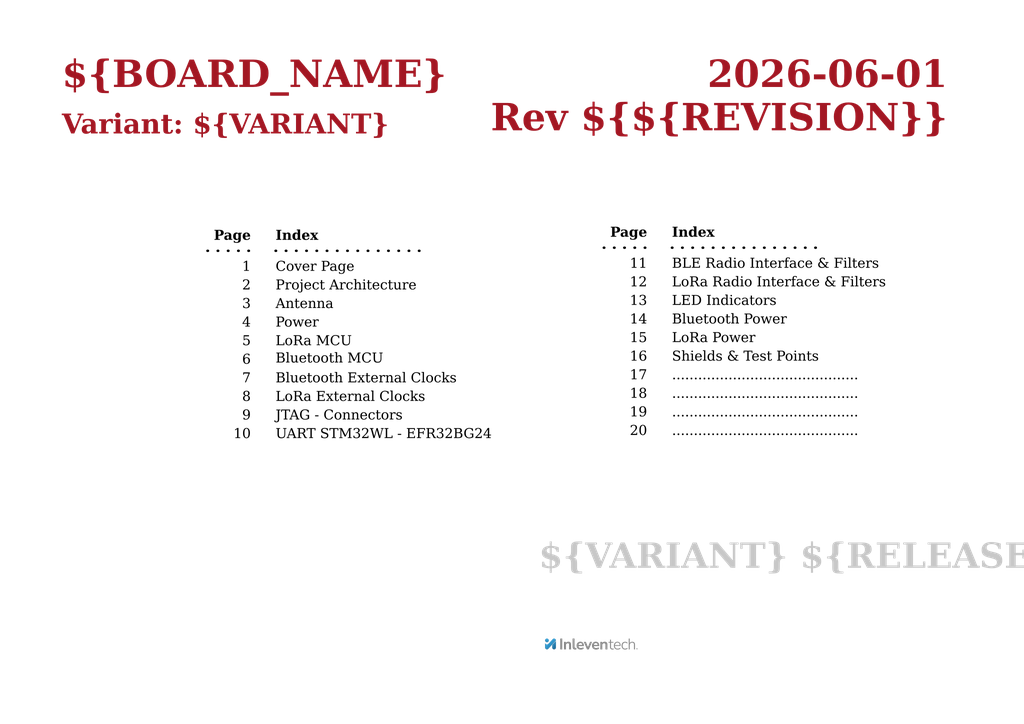
<source format=kicad_sch>
(kicad_sch
	(version 20250114)
	(generator "eeschema")
	(generator_version "9.0")
	(uuid "0650c7a8-acba-429c-9f8e-eec0baf0bc1c")
	(paper "A3")
	(title_block
		(title "Cover Page")
		(date "2025-11-09")
		(rev "${REVISION}")
		(company "${COMPANY}")
	)
	(lib_symbols)
	(text "9"
		(exclude_from_sim no)
		(at 102.87 173.99 0)
		(effects
			(font
				(face "Times New Roman")
				(size 4 4)
				(color 0 0 0 1)
			)
			(justify right bottom)
			(href "#9")
		)
		(uuid "0171ecc8-df6f-418e-95ea-db73cf975716")
	)
	(text "13"
		(exclude_from_sim no)
		(at 265.43 127 0)
		(effects
			(font
				(face "Times New Roman")
				(size 4 4)
				(color 0 0 0 1)
			)
			(justify right bottom)
			(href "#13")
		)
		(uuid "09a9f005-609a-4854-9ba5-f5a5e7b8d7c7")
	)
	(text "Bluetooth MCU"
		(exclude_from_sim no)
		(at 113.03 150.622 0)
		(effects
			(font
				(face "Times New Roman")
				(size 4 4)
				(color 0 0 0 1)
			)
			(justify left bottom)
			(href "#6")
		)
		(uuid "0d40f619-b13a-4695-ad97-dcd0dedd9c17")
	)
	(text "3"
		(exclude_from_sim no)
		(at 102.87 128.27 0)
		(effects
			(font
				(face "Times New Roman")
				(size 4 4)
				(color 0 0 0 1)
			)
			(justify right bottom)
			(href "#3")
		)
		(uuid "1dd16a1b-b3b8-42a1-b678-3a7b261e7284")
	)
	(text "UART STM32WL - EFR32BG24"
		(exclude_from_sim no)
		(at 113.03 181.61 0)
		(effects
			(font
				(face "Times New Roman")
				(size 4 4)
				(color 0 0 0 1)
			)
			(justify left bottom)
			(href "#10")
		)
		(uuid "2df49b6e-980f-4a01-ab23-c61ed27bd1b8")
	)
	(text "JTAG - Connectors"
		(exclude_from_sim no)
		(at 113.03 173.99 0)
		(effects
			(font
				(face "Times New Roman")
				(size 4 4)
				(color 0 0 0 1)
			)
			(justify left bottom)
			(href "#9")
		)
		(uuid "319dfe95-cf7d-4b95-aa65-2f948d7bd6bc")
	)
	(text "LoRa External Clocks"
		(exclude_from_sim no)
		(at 113.03 166.37 0)
		(effects
			(font
				(face "Times New Roman")
				(size 4 4)
				(color 0 0 0 1)
			)
			(justify left bottom)
			(href "#8")
		)
		(uuid "339f13bd-0896-43a1-925e-733e36e395bd")
	)
	(text "Shields & Test Points"
		(exclude_from_sim no)
		(at 275.59 149.86 0)
		(effects
			(font
				(face "Times New Roman")
				(size 4 4)
				(color 0 0 0 1)
			)
			(justify left bottom)
			(href "#16")
		)
		(uuid "34c28277-d6a5-4104-8740-b78485a8ff4c")
	)
	(text "1"
		(exclude_from_sim no)
		(at 102.87 113.03 0)
		(effects
			(font
				(face "Times New Roman")
				(size 4 4)
				(color 0 0 0 1)
			)
			(justify right bottom)
			(href "#1")
		)
		(uuid "3691ab49-6c05-4886-869a-12221f52fdee")
	)
	(text "Index"
		(exclude_from_sim no)
		(at 113.03 100.33 0)
		(effects
			(font
				(face "Times New Roman")
				(size 4 4)
				(bold yes)
				(color 0 0 0 1)
			)
			(justify left bottom)
		)
		(uuid "44841f0e-187c-41b9-a570-9f74973319c9")
	)
	(text "LED Indicators"
		(exclude_from_sim no)
		(at 275.59 127 0)
		(effects
			(font
				(face "Times New Roman")
				(size 4 4)
				(color 0 0 0 1)
			)
			(justify left bottom)
			(href "#13")
		)
		(uuid "461ef4aa-5f24-4935-a427-92bbc78a05f3")
	)
	(text "Index"
		(exclude_from_sim no)
		(at 275.59 99.06 0)
		(effects
			(font
				(face "Times New Roman")
				(size 4 4)
				(bold yes)
				(color 0 0 0 1)
			)
			(justify left bottom)
		)
		(uuid "4773b195-e777-483d-bd5a-5b18be14b485")
	)
	(text "15"
		(exclude_from_sim no)
		(at 265.43 142.24 0)
		(effects
			(font
				(face "Times New Roman")
				(size 4 4)
				(color 0 0 0 1)
			)
			(justify right bottom)
			(href "#15")
		)
		(uuid "48cae9b2-9935-4ee2-a962-685c04325434")
	)
	(text "6"
		(exclude_from_sim no)
		(at 102.87 151.13 0)
		(effects
			(font
				(face "Times New Roman")
				(size 4 4)
				(color 0 0 0 1)
			)
			(justify right bottom)
			(href "#6")
		)
		(uuid "4aa9b67c-c657-48d1-abb0-497faf20008a")
	)
	(text "${VARIANT} ${RELEASE_DATE}"
		(exclude_from_sim no)
		(at 220.98 237.49 0)
		(effects
			(font
				(face "Times New Roman")
				(size 10.16 10.16)
				(thickness 0.6)
				(bold yes)
				(color 200 200 200 1)
			)
			(justify left bottom)
		)
		(uuid "4f144e11-d681-45f3-b92d-dea6c28023e4")
	)
	(text "Page"
		(exclude_from_sim no)
		(at 102.87 100.33 0)
		(effects
			(font
				(face "Times New Roman")
				(size 4 4)
				(bold yes)
				(color 0 0 0 1)
			)
			(justify right bottom)
		)
		(uuid "5216de6a-28ab-4e49-a422-9fd32d8fed67")
	)
	(text "Power"
		(exclude_from_sim no)
		(at 113.03 135.89 0)
		(effects
			(font
				(face "Times New Roman")
				(size 4 4)
				(color 0 0 0 1)
			)
			(justify left bottom)
			(href "#4")
		)
		(uuid "547bb3ec-bec4-4b68-a38e-2ac56be29bd3")
	)
	(text "8"
		(exclude_from_sim no)
		(at 102.87 166.37 0)
		(effects
			(font
				(face "Times New Roman")
				(size 4 4)
				(color 0 0 0 1)
			)
			(justify right bottom)
			(href "#8")
		)
		(uuid "5dd35c87-2aeb-4c16-ab79-fbda71c4347a")
	)
	(text "14"
		(exclude_from_sim no)
		(at 265.43 134.62 0)
		(effects
			(font
				(face "Times New Roman")
				(size 4 4)
				(color 0 0 0 1)
			)
			(justify right bottom)
			(href "#14")
		)
		(uuid "5e529423-56be-4ad0-9794-38b960fa0634")
	)
	(text "5"
		(exclude_from_sim no)
		(at 102.87 143.51 0)
		(effects
			(font
				(face "Times New Roman")
				(size 4 4)
				(color 0 0 0 1)
			)
			(justify right bottom)
			(href "#5")
		)
		(uuid "718e4830-a352-43f0-b9c5-1495032b5970")
	)
	(text "${CURRENT_DATE}"
		(exclude_from_sim no)
		(at 388.62 40.64 0)
		(effects
			(font
				(face "Times New Roman")
				(size 11 11)
				(thickness 1)
				(bold yes)
				(color 162 22 34 1)
			)
			(justify right bottom)
		)
		(uuid "752b8016-2b6c-433a-9e5a-755eac1f800d")
	)
	(text "16"
		(exclude_from_sim no)
		(at 265.43 149.86 0)
		(effects
			(font
				(face "Times New Roman")
				(size 4 4)
				(color 0 0 0 1)
			)
			(justify right bottom)
			(href "#16")
		)
		(uuid "7a577aea-9c53-4431-8f38-6cd521e907d0")
	)
	(text "10"
		(exclude_from_sim no)
		(at 102.87 181.61 0)
		(effects
			(font
				(face "Times New Roman")
				(size 4 4)
				(color 0 0 0 1)
			)
			(justify right bottom)
			(href "#10")
		)
		(uuid "7caa34f0-df91-4ed4-bb8e-ff81315f8c93")
	)
	(text "18"
		(exclude_from_sim no)
		(at 265.43 165.1 0)
		(effects
			(font
				(face "Times New Roman")
				(size 4 4)
				(color 0 0 0 1)
			)
			(justify right bottom)
			(href "#18")
		)
		(uuid "7d4de17d-b484-45d2-95af-1050fc297950")
	)
	(text "Variant: ${VARIANT}"
		(exclude_from_sim no)
		(at 25.4 58.42 0)
		(effects
			(font
				(face "Times New Roman")
				(size 8 8)
				(thickness 1)
				(bold yes)
				(color 162 22 34 1)
			)
			(justify left bottom)
		)
		(uuid "832c6231-94ea-4718-8f70-96006b71efdf")
	)
	(text "4"
		(exclude_from_sim no)
		(at 102.87 135.89 0)
		(effects
			(font
				(face "Times New Roman")
				(size 4 4)
				(color 0 0 0 1)
			)
			(justify right bottom)
			(href "#4")
		)
		(uuid "8d802a1e-8c90-4592-9cec-00ce1173b8bd")
	)
	(text "11"
		(exclude_from_sim no)
		(at 265.43 111.76 0)
		(effects
			(font
				(face "Times New Roman")
				(size 4 4)
				(color 0 0 0 1)
			)
			(justify right bottom)
			(href "#11")
		)
		(uuid "8d827c06-285c-46bc-8024-d46f4098d9e5")
	)
	(text "Rev ${REVISION}"
		(exclude_from_sim no)
		(at 388.62 58.42 0)
		(effects
			(font
				(face "Times New Roman")
				(size 11 11)
				(thickness 1)
				(bold yes)
				(color 162 22 34 1)
			)
			(justify right bottom)
		)
		(uuid "9008c96f-82fa-4b3f-88a3-9ae35f59090b")
	)
	(text "LoRa MCU"
		(exclude_from_sim no)
		(at 113.03 143.51 0)
		(effects
			(font
				(face "Times New Roman")
				(size 4 4)
				(color 0 0 0 1)
			)
			(justify left bottom)
			(href "#5")
		)
		(uuid "9413d28a-c2b4-4d73-ae2d-68b4717d1b67")
	)
	(text "..........................................."
		(exclude_from_sim no)
		(at 275.59 172.72 0)
		(effects
			(font
				(face "Times New Roman")
				(size 4 4)
				(color 0 0 0 1)
			)
			(justify left bottom)
			(href "#19")
		)
		(uuid "9d747571-2a3a-41dd-b7ab-0c07afaa5df1")
	)
	(text "BLE Radio Interface & Filters"
		(exclude_from_sim no)
		(at 275.59 111.76 0)
		(effects
			(font
				(face "Times New Roman")
				(size 4 4)
				(color 0 0 0 1)
			)
			(justify left bottom)
			(href "#11")
		)
		(uuid "9e3e9ac8-468f-4f09-9650-682992859fd0")
	)
	(text "..........................................."
		(exclude_from_sim no)
		(at 275.59 157.48 0)
		(effects
			(font
				(face "Times New Roman")
				(size 4 4)
				(color 0 0 0 1)
			)
			(justify left bottom)
			(href "#17")
		)
		(uuid "a2bb1bed-8e4e-4038-8b4e-99f9457f4c30")
	)
	(text "LoRa Power"
		(exclude_from_sim no)
		(at 275.59 142.24 0)
		(effects
			(font
				(face "Times New Roman")
				(size 4 4)
				(color 0 0 0 1)
			)
			(justify left bottom)
			(href "#15")
		)
		(uuid "ae6c0242-f9a8-4717-86dd-2d27e5dc9018")
	)
	(text "${BOARD_NAME}"
		(exclude_from_sim no)
		(at 25.4 40.64 0)
		(effects
			(font
				(face "Times New Roman")
				(size 11 11)
				(thickness 1)
				(bold yes)
				(color 162 22 34 1)
			)
			(justify left bottom)
		)
		(uuid "b5491481-138f-4748-8f60-dc51e3284b98")
	)
	(text "Page"
		(exclude_from_sim no)
		(at 265.43 99.06 0)
		(effects
			(font
				(face "Times New Roman")
				(size 4 4)
				(bold yes)
				(color 0 0 0 1)
			)
			(justify right bottom)
		)
		(uuid "beb5ee3d-ad62-4c0c-ab18-390f8e3c78c4")
	)
	(text "Bluetooth Power"
		(exclude_from_sim no)
		(at 275.59 134.62 0)
		(effects
			(font
				(face "Times New Roman")
				(size 4 4)
				(color 0 0 0 1)
			)
			(justify left bottom)
			(href "#14")
		)
		(uuid "c492727f-a5a2-4efb-9f13-b55fb4c5125a")
	)
	(text "Project Architecture"
		(exclude_from_sim no)
		(at 113.03 120.65 0)
		(effects
			(font
				(face "Times New Roman")
				(size 4 4)
				(color 0 0 0 1)
			)
			(justify left bottom)
			(href "#2")
		)
		(uuid "caeb7f52-f34e-4432-b129-9207069a1ad5")
	)
	(text "19"
		(exclude_from_sim no)
		(at 265.43 172.72 0)
		(effects
			(font
				(face "Times New Roman")
				(size 4 4)
				(color 0 0 0 1)
			)
			(justify right bottom)
			(href "#19")
		)
		(uuid "cbf7eaea-8009-4ccd-9079-9d687b9a3603")
	)
	(text "7"
		(exclude_from_sim no)
		(at 102.87 158.75 0)
		(effects
			(font
				(face "Times New Roman")
				(size 4 4)
				(color 0 0 0 1)
			)
			(justify right bottom)
			(href "#7")
		)
		(uuid "cf9779c0-4a62-4a6f-9127-07f6919e9e8d")
	)
	(text "12"
		(exclude_from_sim no)
		(at 265.43 119.38 0)
		(effects
			(font
				(face "Times New Roman")
				(size 4 4)
				(color 0 0 0 1)
			)
			(justify right bottom)
			(href "#12")
		)
		(uuid "d450aa41-7115-44ab-9cc7-2fa118545b00")
	)
	(text "2"
		(exclude_from_sim no)
		(at 102.87 120.65 0)
		(effects
			(font
				(face "Times New Roman")
				(size 4 4)
				(color 0 0 0 1)
			)
			(justify right bottom)
			(href "#2")
		)
		(uuid "dca5e168-6a76-4eb2-b335-e6c030ded824")
	)
	(text "..........................................."
		(exclude_from_sim no)
		(at 275.59 165.1 0)
		(effects
			(font
				(face "Times New Roman")
				(size 4 4)
				(color 0 0 0 1)
			)
			(justify left bottom)
			(href "#18")
		)
		(uuid "e518f3ad-92c7-4755-8883-22916bfc7d1f")
	)
	(text "..........................................."
		(exclude_from_sim no)
		(at 275.59 180.34 0)
		(effects
			(font
				(face "Times New Roman")
				(size 4 4)
				(color 0 0 0 1)
			)
			(justify left bottom)
			(href "#20")
		)
		(uuid "e58de9a8-7551-4002-91cc-eb758bb6876c")
	)
	(text "Cover Page"
		(exclude_from_sim no)
		(at 113.03 113.03 0)
		(effects
			(font
				(face "Times New Roman")
				(size 4 4)
				(color 0 0 0 1)
			)
			(justify left bottom)
			(href "#1")
		)
		(uuid "e9964413-67ff-4f53-b58c-608277db6779")
	)
	(text "LoRa Radio Interface & Filters"
		(exclude_from_sim no)
		(at 275.59 119.38 0)
		(effects
			(font
				(face "Times New Roman")
				(size 4 4)
				(color 0 0 0 1)
			)
			(justify left bottom)
			(href "#12")
		)
		(uuid "ecd5e3bc-c1c8-4595-a242-64b07df33fd4")
	)
	(text "Antenna"
		(exclude_from_sim no)
		(at 113.03 128.27 0)
		(effects
			(font
				(face "Times New Roman")
				(size 4 4)
				(color 0 0 0 1)
			)
			(justify left bottom)
			(href "#3")
		)
		(uuid "ed9f4e44-7881-47b3-83af-17eb3de0e161")
	)
	(text "20"
		(exclude_from_sim no)
		(at 265.43 180.34 0)
		(effects
			(font
				(face "Times New Roman")
				(size 4 4)
				(color 0 0 0 1)
			)
			(justify right bottom)
			(href "#20")
		)
		(uuid "f17fa600-4ea0-4482-a965-d781b27fd052")
	)
	(text "Bluetooth External Clocks"
		(exclude_from_sim no)
		(at 113.03 158.75 0)
		(effects
			(font
				(face "Times New Roman")
				(size 4 4)
				(color 0 0 0 1)
			)
			(justify left bottom)
			(href "#7")
		)
		(uuid "ff95cd70-408a-4656-b808-dabd546affbd")
	)
	(text "17"
		(exclude_from_sim no)
		(at 265.43 157.48 0)
		(effects
			(font
				(face "Times New Roman")
				(size 4 4)
				(color 0 0 0 1)
			)
			(justify right bottom)
			(href "#17")
		)
		(uuid "ffcd9e5c-5c93-423a-9ccc-e0af67821852")
	)
	(polyline
		(pts
			(xy 113.03 102.87) (xy 173.99 102.87)
		)
		(stroke
			(width 1)
			(type dot)
			(color 0 0 0 1)
		)
		(uuid "594379bc-c052-4d2e-996b-8b5c1a0857fd")
	)
	(polyline
		(pts
			(xy 247.65 101.6) (xy 265.43 101.6)
		)
		(stroke
			(width 1)
			(type dot)
			(color 0 0 0 1)
		)
		(uuid "aa27a991-1dd0-4ddb-a292-69ddc074d2fe")
	)
	(polyline
		(pts
			(xy 85.09 102.87) (xy 102.87 102.87)
		)
		(stroke
			(width 1)
			(type dot)
			(color 0 0 0 1)
		)
		(uuid "aefa0f5d-e237-48a6-8d0d-7925958d23a4")
	)
	(polyline
		(pts
			(xy 275.59 101.6) (xy 336.55 101.6)
		)
		(stroke
			(width 1)
			(type dot)
			(color 0 0 0 1)
		)
		(uuid "d03f8f3f-5543-483d-a054-040e77e06c0e")
	)
	(image
		(at 242.57 264.16)
		(scale 0.161819)
		(uuid "c4bb013b-7378-4e56-bf8e-c50aae2a805b")
		(data "iVBORw0KGgoAAAANSUhEUgAAApMAAABRCAYAAACOqS1rAAAAAXNSR0IArs4c6QAAAARnQU1BAACx"
			"jwv8YQUAAAAJcEhZcwAACxMAAAsTAQCanBgAAHJ6SURBVHhe7V0JYBTV3Z/ZzUFOgoAogoSjUkEF"
			"iwceVdBqv2qt2ortV2vFaq1WrdZ6gMolgoAHAqKCHKL2q0q1AiK2IgHUqiA3KEK4IQkhJCH3XjPf"
			"7/fmzbJJdjc7m9klgf0ls/Pemzcz7/y/3/u/Y5QEEkgggQQSSCCBBBKIFqo8N4kb3lw9SHU4blAV"
			"ZzfclIs7c1RF3eN0KOWqrq9waO4F/3fLBbukd12eWxyu/ftn7VL19NsU1dFPV5VcxAGHcsShqOWq"
			"qm9wKM7lvurKFe/ecVGZCgd5W4vB+PHjb0C4bpDWiFFbW/t3h8Px6ejRozXplEADTJ48Ocflck3W"
			"dZQMC8A9H27ZsuVf8+fP90mnBBJIIIEETgCEazfYNqDN/QBGr+Fy/CJso3nD3HU5bsX9gMenPujR"
			"9RyP5tC9oFcaEs3hUPUkh6okg4WlJzuVtCSH4lCUjarqm6K//8y8d999V2tJZOznr305yJfkHOXV"
			"lEF1aPI9msp4CNabjHg4cbRBHNIRoZQkR7nD512keGrHvH3bxTtbUjwmTJgwBqeRhi1yFBQUPP7W"
			"W29NLy0trZBOCTTA2LFjuycnJ++U1oiBNH1p0qRJzJMjOBJkPYEEEkjgBEG4doNtwyuvvDK6srKy"
			"DNbjum0A/wuOn7zy2aByV+26khpt9KE6rW1Zna5Uun1qHZilC4ysFubKOq9aVuNVCivcyn4cR1y+"
			"c7y6c7b+i2Hzrn3hox/gMZY0PLHCFa9+8WKpR19WVO27vLhW0ytcmlLj8Sl1iAfjUuX2KUfqvEpx"
			"tRGPokp3To3muFVLzVx28xurHh40aFASHtMi4qJp0ZXHurq6VBTsVBhbRDyOJ3g8ntTMzMxkaU0g"
			"gQQSSCABxe12t0GbnTxkyJDjvt0NSiYvm5b3wBG3llfm0nOpxdN1PwHRdWrpAjR1tPvgAeRML672"
			"KAWVbr1Wcd6S2bnLJ5c9NuMsScSOCahZveSlFetKXdoDVV5F9WmKiqCKMEsv4iwiBzde88ATiKVe"
			"UOFSSmu9p+vJaZNO+t24cfDR6okYCI80JWA3qqqqePLXiwQSSCCBBE5sOBwOpbq6Wpk/f/5x3zY0"
			"IpMXvrD0gQqX9mKd5lA01UHiKFpImRKw6MZhOsl5AvhRNdhqPJpyqMqtVLq10zudfcFHyvnXn4XL"
			"TvqJJwZNzsvZf6Q8r8qj9tcYTRkXlTgafnEWETF+TageTdcP13hBjusUPS3j0V+9/uVkuKdanU/X"
			"ktCShuuPN0ii3mrLRgIJJJBAAvaCI4kZGRk0HvdtQz0y2f+ZJbm1Xm2y1+HkpEhBvMSFAE2e6RQI"
			"v4skmnU+XT9U7VGqfEqXjv0GLer/mwe74mrIIfVY4Iiuv+jSHP01Z5KO7oF0ZRCNeZKAGWwzjnQ3"
			"LjG+sHNOZbVHV6hx1VPS7/7FK0sf6d69OzWUrRKtmQi3ZATUiQRZTyCBBBJIoCGO+7ahHsHTdC3P"
			"pzoVh+qkCk+6AgGaPDEW3EDDJS7IQwD+3UKz51FcitKl2+BfjOzUqVMargQ8NHY4b3LeaK/i/L3i"
			"ZFzY1OO1RnyCZqhxBTzZDB/NjDN+2bOocnmVMsQlOav9Ix2vuvXsIUOGxF3TaoJq82hAIllVVRU0"
			"/gkYaNOmjTRZg6gTwOjRo43yk0ACCSSQwAmBptoNDnOfCPAzk7PHLRzqVRzdVNWh6iQsBmH0q7JI"
			"tPwtJYmWSbwkhGfDSOj0Qw1lWa0PJOyk27v+/M6+IGHRMSELuGDKilEexTFKdTrBIp2IgDG83TDM"
			"Rw3GNEpp80M44B76I1kor/Uo1V4tq/OAK4YvXbqUY5r+R8QT0S7AQWLomZmZxyTMrQV1dXXSFB1A"
			"JhuVowQSSOC4A+WoOORoT8MjgRMITbUbHOZG2yBtxy/85M7r9Y0CjzT1eAB+YeY8SLoFtpIBtcXv"
			"DIPfLB5CoKJVuzW91qMpp/S75Nb58+eny8oXE1w4Oe9Bl6aP1kEiFXGAEON9puaIMINGCNNRYWDG"
			"KyBOBs/UNV3x+jT9CAhlUmbOjel9L8jF5WOysChazWQCTSNazSQhF+AcLVwJJJDA8Qh1woQJO3Fo"
			"PCZOnCjOPMaNG/d5x44dM2LZxiXQOnHCkMkfjP5Xf7CsXKHFM9tDnPjPQzAqwGRZ5hmgZ2E1vEuH"
			"APLmQ8Wq8uhKSruTb0tLS8u5+eabY8KGBjy39AaXrk7WVM6RBJF0MC5GmABqJ0Wg8GMErgFBJsQ1"
			"xhjhRxx0RYNQMDwJUlrr9ip1Xp9y1nV/+N+TTjqJw/ZxR7SayQRii8zMzIbFKYEEEjjOENi2NQS3"
			"CEOn8qRYtXEJtE6cUMPcST7vIJ7BnMRcSVFdQKs0s+Yc7WkFW4Aj+CN/zCuBZz6iGiTMp6tZ3X/6"
			"2zNWr15t+35850/O6+9zJs/lfE/VIed7BvQOYUCkRNwEKRSOplCQJBPgBeFPRBtnetR1jUwSZ13x"
			"+XxKjcujOFMz+7pcLpLJViU0pPYsgRCIdphb1gmjXCWQQAInJNBGsO04ZvPpE2iZ4DD3CbPPpKbq"
			"uYI+SSVkvYHu+uSx3pAxICz0J+mXuGr6oJ1nTdMVj09RTjn3xwNBaEgmbUvYgZPzcn2q+i9NdeRw"
			"BTpCLK8chRkehtAkj/gxWOVRNxE3HNK7QSCFVWgoNaEVrK1zKUlpGQNALNNbWwHJysqScUvATsgi"
			"k0jbBBJIQJ0/f740JpCAgb59+x737YOhWdO0fmBSoFSaJEcklNJkcitJwvyQBMywCIOh/TMg/Jr3"
			"+nDyaD5Fc7mSPB5Pkv+ZzcTAV/JyPQ5Hnkd35sqhbTpzqFq8wAwMzwFmw2iSTvo1wm0EykgDnfMk"
			"ecFwR4gJn5ff2uRwRlZdXV0KhEar0kwmEBsE0dYnkEACxyEiqeuDBg1KCIQE/OAw94mw04dJJrkH"
			"DokU/n0GezK4lUGwAJJNaTQQQMD4Iw+/f8J/A57GL8skpWefpmkal1nLC9GDm5K765Q8t6Z2U51i"
			"sQ3+pWYS7/MHTp6FGcQRoIl+VKE5ZTzoRru4BjekBx5gzJnEofl8OLyK5vUoXpdb8dTVVqWkpDh6"
			"9eoVdzLZnAU4iF/zEz6BRkCZTqRrAgmc4Eh0Kk9MNLVwUw5zS9vxC8FMwDF2i2Fcn0YihdbRZxAs"
			"ORIsSJgwGLRLGPhPAiecJVfjv6EVFM5+g/CtK67ykiJhM5/WDFTpSp5HdYJIJuGdYuEQiaKpZTwa"
			"iNAgexTxFLcJA8i0YVYUHwkCXZkmPkXxelQdZBJssmrr/On3gdS58vPzcSG+aMbWQETzEz6BRpAE"
			"Xz0RVuwlkEACwcG2g/OuO3bsmJCzJxAimWt/wnxOUVV8R3RObPT5VGomBa/CEQQkJIaBZmrzyLiE"
			"VYIETZIWOhrkjMRNU2pKiwroxGvNwfkvLp/rUp39FTWJoaAT32mcQ4ORCrwuNZE4TC0kIYe5hXek"
			"idDUUivp8yhJmruq9PP37ju0fvnmtm3bHoS/uJPJaIG46pWVldKWgJ1g2vKcIJMJJHBioznbiyVw"
			"/IGKBjQP4XjJcQOpmfQtpzZS17ySOHlFC0k+hTPNBkHkEUAWxQ9JmWEU10Wq1Us8OOs+NQlkcu+X"
			"H32bnJzsaY6G7IIpeaPdujpUdXDlNl9jvEq05+Zz64dPAL7o0e8Eg+GH9wkiKaJqxle4g0hSGyk0"
			"ksnw5Nq2atyBT//xdXZ29oF77rmn1nhM60FWVpY0JRAM0TYEZgcLZaZVlYcEEkjAGljFzfreEKHc"
			"EzhxwZHE5vCd1gRBJmsOHV6h61o5SKQuhnJJJn1eFSTTZFesRRwSFkRSDA8HABbajSFjw4nAIzkX"
			"06c4NJ/urSpdf2THllIQMbe8bhkgkqNcmmOU7qBGkt8OB5uUGSXCYIbLOIfKQNHmI2CGZlL8Cyey"
			"R+GmU0OLNGBaGETSq/j2bBif/49nF3Xo0OHAwJH/7Dh69OhWt+FjQjMZG4hyFLq8JZBAAscJSBhl"
			"fQ8KXEus5j7BkPicogFBJvfPfqgUDGqRooFA+jyK5nGDS7pBLL2qWIwiSJesQEeJpHCVZtYymk0S"
			"J4gZDpAxr5KkedSqvd9/6Ha7K3fv3g2mah0XTlnxAImkxi/bCOoYvlLzujiJX3/oaRJXxL3CVV4h"
			"kcSv+CFIJkGuk0ColZI9c7+bPeod+Nr/49EzUxxtHO/DfEz2mUx8ASd2iHafSQlZ1BJIIIETFdRC"
			"JVZzn1hoqt048T6nWHZwLBffGBo5t6KDUArNHMil7jPmURrkyw+SsqOVxphrKEiazsU8mk9oOVXN"
			"o6d4awtXT3t0AS5X4LA8z/D8yZ8Odfn0FzXFoaoOp644HUdVoyS3R7WToWBcol8zHuLEsMIg9pHE"
			"dWpSqY2Vw/0Onkt2v771lUem4WrBT0e/6yyozVjqU9T+aWlpHfv27Rv3TypGuwCHSAxzxxQsQQkk"
			"kMAJCtGWJJBAA8itgaTt+IWfTO6c8egOr8c9nSRKE2TSpWruOm6Ho3P4W9O8xmIUnYtSNLAzQcT4"
			"g7txGGQMhzFErHg84JEuJVlzq9U7NsxJTU0tgw/qey3VOH7dxq05X/A5knTVmaQIvWLDJ5jaxsAr"
			"hgY1sHrTzADjx3Q1XHg2SCRIMAm0x60qOCsVxR9vmfbg9JSUFC4cKi9Jy5xd4/H153e/a2trM1wu"
			"Vxj+2vKQGOYOj2ZOnlcTc6YSSOD4BtuOpur58uXLA5qdBE50ZGRknBDlIXDMVHOUHhwD4rgJhFCQ"
			"SN3rUnR3nap76gxNpY/zKUESNZ+ueb2KKhbtgITBzNXOPHAd94CI4h6n5lY8Bflzv3197Lvp6ekl"
			"eAc8RI6Br3zJr9vkaQ5nO/mZRLBGoyKbueO345rf7ehhkExSSA7XiyF7gzqSOAoiyWsENymnJhJx"
			"QeT1VK0uf/vUe0ehIOw///zzD/d/ZvGsGrd2g6Y4RBhAMPmqVoWEZjI8mjPMLT9VaRTGBBJI4LgE"
			"ZT/bkwQSiBTV1dUnRLtQL5KoJGruH5/+YXK7Lv92JCV1pQaO2kBxJCXrKhe+OOGmcrjZIaqUyrUs"
			"ZGQkagqHyUEucaggZknVxUs2TvrTyMzMzL0/+9nPDs+fPz/iIW7xdRuXmufWnblcua3gfXCuF15R"
			"sQ1uaLhzuPuollKCYZNbGOEaWKN05sF9JemDYQaR9BhkOE31FO6dN/bWmsLtWy+88MKDpVf+7UmP"
			"4hhJfWyy06F275Sj/Puey/qefvrpO/Lz813GA+OD8ePHj3E4HCOlNWLs3LlzzD/+8Y+XKisrD8N6"
			"NHlaBtRhw4blgLjnIG65OPzhczqd5aWlpXueeeaZcrPjAMQk/M8++2x3n8+3U1ojxsGDB1+bPHny"
			"k6NHjy5pQQuzRJq2BTRN604HdIDQVxJTlo+4XK49CCtHC1D+hbalpZWJEw2icJv1ICkpqRs3w2ee"
			"8QyUmfVAeDbqwvGWZ+rYsWNzU1NT26Ie5kg3Tu1RceweMWLEHljZ9T9m8WcbOXHiRMqIXMPlKGpr"
			"a9fi2k0DBw7ct3z58qjWBhwDiEWnTE8mrEzX4wFGAYlDWQnXbhQVFc2aOXPmyGuvvbbYCv9pAH+m"
			"MD4E4tTi6n6wkuPoeuvjfVJP7jHTkZx6EUicYnzzGiQyKQk5I1dRo8HHzcb9jBYiSVKGSq87dZ/q"
			"Kdo9d/ecx19OTk4+cOaZZ5asWbOGlSuiBOD3tj2qAiKZlAs2gfegNIh/f69QvFu81jATPJnP95uF"
			"f5JNcR/DKOziEL8aCTC3//HqKs4pmquoeMmcP5dvWvFNjx49Dib/dtLjLk0fCT6KOKt6soNksh3I"
			"5I9bHZlEoX4JxojJJBquXK/Xi2xPIgmRyawoph2dBJ3aPJo5REwzKtWeUaNGUSiFfQee3Q7xuA3l"
			"pT/8Xg6nRsI5EPBTDr8bcKzEsRzvWQ4yxHdEFJdIgIasO8prVGQSeLKqquoQrLaFxwqQFjlohPvD"
			"eAPSqh+O/ijr/gY5FOBnA05M1xUej4dpupvO8rAEGYacwDLTsOywnNAtUAvM6yw3uD/uRJxlXBpF"
			"OBqGlzDLdkCcykH62LlpVl4zvUAWB+E5PCLKM/hhPSCpWo+wLES6rUd92wV3Xra97AXmqXQKW/95"
			"DYdaXV0diRxQkf6s+4N4QB70ayr+iPtG+NsFfwthXT58+PBdxhXb4l4v7wOBd4o2aMKECUHJJOK/"
			"Ftdu6tu3737Z3kUL2/ORQJlth75lP6Rff6Qjw8+09seDZQtx3I0O/B50Njeg87Ie/stRBhiemITJ"
			"DjBeJ510UjcYWX9yGTfEJYdlieUPYJ7uxnkPrq2H2x7IuvV2xSscmSwuLp41Y8aMEddcc82hCMmk"
			"OmnSpH54HmU5D8ZBxEVcNPKIHcrd8LMBebV77dq1G/Fsys5jmkehKg6Hv9N73D35b47Mtn9UnSmd"
			"4cLFL6Iy4YcWeKFmUIafw8aMjLsmv27rl1P3LJy5AsLmYO/evcusEEl+JrFSUda5FGc3B4e2HSCT"
			"ABKQl1kqRJjNh9ECD0LraLgYEA7iHz75LzWSsFNNCXdqJQFugeTz6JwnmaK5C0uWzLmvdGPeBlSm"
			"Az96ZvGwWo82SiOBFnFVqJlUqJlcdMfAvrDuwHG8aiZVCEbLjfuBAwd+tWzZsg83b97sFmWlPkTj"
			"AfdRMLMBiRrIuT1ut3vcu+++O2/Lli2cPhFJnMKiNZJJpCcb4QdgHIQ0aZI8NgU8YyXIwRsjRox4"
			"HVZLAmrcuHGDIdyWSasl/Oc//+lFkhRPjQ7SbijK4lxpjRj79++/6aWXXloMYzTzIvx1AEdEhL8p"
			"MM+QdvOeeOKJebDa2qhMnDhxNJ7P+hoxEJZ9kB39H3roIRKRRjJEEtQHWW6bG3+8603Uv3Ht2rXb"
			"3hxywHrEPEF4GgmtQMAPnx9UduHeStSdzSDT3EtZC/Ys3h/uHbh25PHHH78ZcfEESzurADHpD9LB"
			"DqZJ2i0B6bsR9y4/cuTINKTRDpjpbFv5ihYsQ2lpaUMRvhtQjprshDQE/LNDtgJtyEK0VR9IMkZY"
			"jlu4dsPUTNbU1PAjJ6Hy0+xUDUVcrm9GXN5AXJYfK2IZruLwWuqp197ZN7nD6Vcmt+s0xJGadp4o"
			"TKJAicMIsO6t1t112yq3fjXn8CdvfokGpQy9tJIhQ4bUWIkYiWS1qubV6Y5+qoOfSTTfFQSolIIs"
			"SjNSVJj4QzMSmAaFcyHpaNgJuiFI9MPFRpJIOn11RYeWzLm/YtOKTe3bt993+l9nP1pZ5x3lVcSn"
			"Gv2BSHKoSo9T2h0zMgkhPQaneGgmoyKTmzZtumPJkiX/RK+Wq3387zGFNYzNIpENgXzdCxL3KIjM"
			"P2GNdhhBoDlkksPcMMaFTCLOzJvbkJ63wWpreppguqL3PnbkyJEklUzXSOLlBPkowb2WCUJ5eflL"
			"s2fPHn7o0CHLi/SiBdIwDydL6Yc0KUI5+SkEN+u+pQ3kUAdIXlkHwmrhowXSnRqXp9GZex2kPNI8"
			"CwuEebQMc8QAoSpEGg0666yzdq1Zs8Y/T95OEtkQeOffq6urn0JnezvCazneIF0kJpY7FnYDxO/A"
			"008/fVFtbW0hrFF1rJC2ynPPPTcIz7JV3uJ5byFcT4Es77CD6EaDWLQjrDfI+4WVlZVT27RpsxNx"
			"Y/mJuAyFazdMzSTKZjGs9dJMEmIqAh60qz4wLqgLD48YMeJfMHN+TFxkKRG4AKchGIi6wsWz1mmf"
			"zpxW9NpD1x1YOGVA9bZVt9fkb3iwZs+WMTV7Nj915JtFtxS88+y121+469aij+Z8CGG2E0TyACJS"
			"JdW6EUcG7ONFEMn+crGN4HABVJJjDEefJYkkEot+6M3wSpJovFMY4Gq4CCtCBdBFk9v/8HBq7qoj"
			"X3wwnESSX7c57a+v/brK5SOR5PPNIOBOjU/iw8T8M+EaZ6DQS5M1IPABSRk7IP+dIJL+d7HCoNF+"
			"EcloueGOBHju6VlZWW/jPU/n5uZyOXZc4hkMLFqxBoUpCNsyxJsNX0yIJMF0RRl/De/Lv++++3oj"
			"fY2hiPDwQZBxGy3LaNu27W0gku1gDCeTbAPiRUJnOf327NkzB0SyasCAARF/fIF5hjqwTuZZTIgk"
			"ged3Y55dffXVyx544IEz0JnnprxxB2WNy+VygEhKFyMN0FAzDaj9s5VIEiA4t0B2f3LPPff0jSbe"
			"IErSdGyBtHGAsKWjfEUlx9Cp7Q/5kIf42C5vnU7n7zIzM7eBOE299dZbT4ZT3GQt4pXLzh/Kj+3x"
			"Yr1B3O7PycnZjo7O2GHDhvW0q71kew0iKW1H8eyzz4r6gPdQ829bfWBckD/z0SGZd/vtt3eik3El"
			"9ohEcGv79++vRYIcPDNd2eT+7O1/Vi+d9Xrl4ulTKj58aapr9ZIlaVVFa9GQ7xw0aNAB+D+Cg0Oc"
			"llrW86eunOxVk36vOI15mWLomjiqFGRNo8VPKg0L6x+twoRf/nDVNveMBPESe0gKGinM4hOJ5gp0"
			"r1tJ1n2qe/uacQeWvf0lBOD+nsP+flOtS5/j5qPwBt7nfwddjhYytVevXtIYP6CwS5M1oLLo8VjN"
			"zffgxEM02KwwMLL3FVPgPcMg4MZ26tQpHda4VSACZV2BkOU5Zu9l+YslKQ8FvK9bly5dvkK5exgN"
			"XBLCETaO6EhMxYkywBLwnqyhQ4cOwrvitU2C5Y3fqJWcN2/eByC+Zdddd12T7KNBR4rzn+IC5NWP"
			"TznllFU//OEP/wiZzL1w41ofTODdQg6A3Dwo0yBmRJrAO07v1q3bFx06dLgUVkt7AENuSVOLgFpX"
			"V2c1zzhUOhptGOVtTOUD0urePn36rL733nv7SOIe0/LF8oMOXMzjRaAz9jjq96fjx4+/A9aICgXa"
			"HmkKDcgCaRIjIi9Ksh+z+sDOVe/evb++//77z4xXp9IKM9E5ZHHo0KGqsrKyI0B5RUVFaTlAt927"
			"d9fJ+U5CgFjBBdM+G+XWlAf5dRuhkuS/UUANEmdA2MUZDRpgvIhmcTL8Cs4nfqRv/hiOOCD/xYIb"
			"oZHUkxVN0Q5un5L/j4n8TGLBgHGLelfXuSd74FUEgjfzGXwHG1E+n24GzHOrAHtIlZWVjFNECEh3"
			"S0Al4Tso2LrFowEJREZGxsN/+MMf/gZjVBtGRiIUgoFpJbcGignYK4dAjQspD4G2ELITQaCeQp6S"
			"7IUsR88//3wph8Ok1RK6d+9+PzquGVILGktQfnCOkiVAzn0EolaGTmQVwhh2iIB5hvLE8n9M8gzx"
			"y0Z9eGXw4MFPwZpsuFpHtJ1XAu2BIDioH5OlU8zBeHft2vWt3/72t2fB2qIYYqwgOy0crYhoOgLa"
			"giqQzvyampqVaL4/wrGYR3V19QquSEd+NbkhMd51OtJ58xlnnPGnvn37snxF3LZECtQhxiuP5QeH"
			"7drsUGDcQJhfGzNmzFjELay8awqsP+np6eJ+LhRCfOImxxmPU0899eO0tDROyYu1TLW/AFjFwOmf"
			"jarzKKM1ftmG0TdIIpkMw0Y1CNWQwi4ccAiA3hlzJgWBNJwFYaSzlPOGHZSRP5rQSPK745qXn0n0"
			"qo7De+d+/+ojkyF09/Z4+I2ebl391K0rbbls23yCn0TyWUCS06H37HySuuiOi/rAynkSiQU4AVi3"
			"bt0fU1NTV6Hnyi8exY1IBmLv3r2/+vbbbxdaXczRnDmTcgEO91K1nGbhQFICwR9XUh4OaICefeON"
			"N0ai88hyH7QcIR1/gnT8RFot4f/+7/8G4N5NgXPt7Ea08+Pef//9G1GuvkA+sw6FzGcuesDz/wVj"
			"i8gzkITn5s6dO5IjTNIpYpAMQiZbmjMp55UOHjly5M+TkpKelc5xhdvt/hrv/x/I7SMIf5PyDvEc"
			"hHp2Dw6ObFDesy3CydDEm8+gY1ZW1mU80R4IxhtpvRZERJOdakEm2JE37zfJOd3Md9CN/mnGuXLK"
			"lCkjzzrrrD2R1AGEmyuXm5QPDBs7Q4WFhd988MEHX+MeJJHbhQ4PRxG9fDfg5FFXV5c8ZMiQs047"
			"7bSBHTt2/B3i01k+JijKysr+8t57783cvn275RHJUIg0XiYQ5nVo27bxQBy/AzmuQHzLduzYUd2z"
			"Z88MtEedc3JyurRv3/585N956ByfIW8NCzz3XZD1O2HkWHXQOh+u3eACHLQNI+666y53p06dPoVT"
			"yBEKknyQ+XWHDx9eCxlzYNu2bVu5mGvVqlX8aIoycODAU0Dgu6B9zT7llFOuAG8Z0FTeEMj7r9CO"
			"/BTPrbQrf4JBFPhjhYHTQCR9IJKqUwxro1KJEi0uklTCiMgLQkg7zg3DS5bHe4Qf/hpD3Lwi7eSj"
			"rLhiaNvYWN3BeZIkkjMeeQmVaU/u3+a29SW1+dSn6bmKKoZpmeIGWeWz+VhxVsTWQD1Oa6982MrI"
			"5K5du576+9///pIkPCIyTSAqMrl+/fq70Jv7JSrX/0inuAMNwurnnnvumr/97W+lTWmQAtHSyGRL"
			"I5ImSChB+kbk5+dz3mCwsuRAY8D5TZdJe8SAwJv++uuvDysuLq4Sdd9+cJ9Aal8sDTuXlpZ+/OKL"
			"Lz588skn79y3b19tqLCRSOLZ1KbETZMSCSoqKkYuWLBg4pYtWyKe60lESybRkbv1qquuiqpDYRdA"
			"Jh4GyZnOUTPpFA7M0AwcWWlpaZy3aJZrNT09XZhR7qllUp588klO++gqrgYA19dBZg5FA18KK5li"
			"vftQJlQ+l+ZA94bX27ZtW/vXv/71SFOyKxLCBTKUv2nTphcXLlz4X4SZGkl+0rg2NzfXjUN0tpFX"
			"DKcZXwfna4LIUqubirTIBBH6LYjQX3B/F8NLY3z//fdXbdy4cYUdncBIiSTJF8jau4sXL/476mQx"
			"wleNtK8BoXd36NDBC8LoKygoUDp37izIOuS0E0QyBYSzDcpmT7RTPwNZvrUpQoZn/3n69OncKaHG"
			"cKmPpvaZhNwYgTgNR5z+Ip3rAfm/HvVy1oYNG7bs3bv3IMLDeNSBSLpBiplHGuPAuCC8DrzLAXnE"
			"vEn7zW9+c1mvXr0mwP9pxtOCA23TZMjVJ6LpUEYK0U26ZvK/KABjIrlDwSSSPgYBghkJLQgcSzTN"
			"MIkTz3SS56MgWaS2kXdIwmcSSVK/o3Zd1/gJSLnYRuUXekp2z9380oMvo7AdOOOB13I0R8qnPh+I"
			"pJEcfA8fcZRI+h8JN/zSA+6tH54WDsTFL9xiCQio648lkSTQczv/xhtv/B9Unrh9pgiVVYfwl7bm"
			"gwK1JRJJAg3fI9cAnEMpnRpCQ6P4tDRbwkknnfR7pOVJKKsxGaIcN24ctxGxPH8xLy/vNQj3sosu"
			"uijYllcCzDNqJPH8FkUkiezs7KcuAWC0NJcwWlxxxRVsfI8pUJYeQqekHeplJEN8lI3UPh1E2eVK"
			"6iJ5FD766KNFaPCFHeeDIC1B58tSvuKo7tGjR/Fjjz1WyHvM+/gM87mB7nwezgdpl9cPgkAE3VIp"
			"ELjO/QfDygcQk6nw978gW4tBonacddZZ3EOWO05UmNPS5OgN48P38fBKQkgCfoRhmjJlykuoN+eh"
			"XobU5oPQvA4SfDqMkaR1SLDNRbzCavVJIkGs5syePfv6qVOnTtqxY8cmdPJ2gDjvA5Fk/MpKSkro"
			"h+SvhmcQSZrBIytJ9As++eSTL996661xTzzxxIWFhYXDQNC43qMR2DGaOXPm1zBSa2s4NgDeK03B"
			"gY7BLYhTIyLJZ69ateovkBu3f/TRR4vQ+dkA0rjrwgsvLKBiguUA3jh/qtaMC/xUgUhWICwlyJsD"
			"c+fO/Sfi0P/IkSMv8pmhkJGRcWfXrl25F2fMpn6IjNd96o2IbBoCGBeCNHDKitGCSKoOxcGJzybJ"
			"Id8RJ5lpjcPDC8LR8CJ/YBF2afVrFOnO4QYSSX5rm1rJqpIlW6c/9DI87j/rrzOz3W3Sl8K1m8Kv"
			"rshGQtBH8UQ+FydBWmnEr2EW3lrTAhwCwY95/ubk5FwrjccUEOgPoOLlRNiQNAsyXVW8y3CwAU01"
			"FE0BjdN6CtzVq1f/ecGCBdeNGDGi/7Bhw84eOXLkWfPmzbto/fr1d0CIPgvC+o28xRI6deo0DaT9"
			"9FCTu5966qllSBfuf2YJiHfWTTfddHmsFuKg/jwojRGDablhw4ZtKNvlcoeKRoikcW8KeM86NHqz"
			"0Zj/eeHChT9HXvXDwTw7Gx2jizdv3vwHXH/W7XZvk7dYAjp6b1x66aWnx7pOoDN5SlPanniAYbj1"
			"1ltvnDVrVqp0agqU7Cap8h9Ir4ZuIYEyoPfp08fX8J4gzzAPlqdAMsfxbqOFCQPUPZKHoGWNJGXZ"
			"smVDX3755Zmw7gbZOQACUilJIt9hBfTPBbiHZsyY8ReU0ecN5/qgZmzQoEFsV6ndjbqdmTRpEufX"
			"huzsMW7vv//+UJDI50giUaYpYw5LjZvQ4tEf0DANaQ/MXzcJJ86FqNPTxo8ffx4IGRcP1gNI92zI"
			"jCOIW8jRiHBz7dHxPrVDhw5/lVY/ysrKloAI3gqe/3FmZqYgkFyHErD2JDCfGpUHWUZYbuogZw+/"
			"+eabj0OWTxQXgwD+sy677LL7YIwZzzPIpKpe3uOqX502ePDgmLFWE4JIauoon9iM3CFSCTGjatJM"
			"MH9ETYOZifTAQyObE/QOdq7ahkHSPp6kiV9RhE+NcyRRh3BO1Vz526fexyGbAxeNfjfTlZ7zH7em"
			"5hqLbYQSk9pOvkA1V4EbB18stJziXRL+cMYTnGsTLSIRUvEAe5bASpC9dw4cOPAih+B37tw5GvaZ"
			"EForkA9NTgBvCqjg5918882DIShirolhukIg2Ja2EyZMCNlQNAUSHxDI+9jbhcAd9/HHH7+/devW"
			"zyCEt6Pzs/3000/PR492/dKlS+eDVI4fNWrUdTAP9nq9W+UjIgIbjyuuuOIJCL5QwomC7g3DaA0I"
			"5/0QrLYvxOG0AeQV9+a0BJTNt0Hgyi+55JKQU1rCNe5NAY39um+++eZeDpG+8sorT3OfVuYZ3pmP"
			"Y/sPfvCDbfTzySefvIs4jAe5vGLbtm2/C6VNCQU0il1AJh9Auka30sxmoMwVIp85j292fn7+WDSk"
			"YyAPnkcjz/SOijA3xKmnnno7Gu7sEGU0KpjtUShAjsW0bUDd5n6lQcsxyRY6j/etWLHiS1j5VSlq"
			"4kgimyufNMSres6cOSMgP56TbvWQkpJy9V133cVRqagWfDFeyKeQnT3UgXwSsE2bNq3v3Lkz43ZY"
			"TmGItlFkmnAonEPjxXj/8O3bt/8E7dN+XqQsnT179nsghCWQc0E7kU0hOzv72oZD0Cjvc1944YUR"
			"kCvfgQDuQ/mskAQyqjxi+wMyXQdZPhL5/4p0bgR0hn8PGXYa/MekfAph7UNWdL/0hnu/++479uBi"
			"VhEEkdQdozTjSzpywbRMQbOyBxAeBMugc/wFqHGkZpCu0o3cTvA7VZA/Tmo27uLgNqSVSo2k6vOq"
			"aaqvcPe8sXcnJSUV/Pj+qd7aNhnz67x6N0U1vgNt/PDXfLY8SzPfTnNg4qAB4YVWg8o4rOYOBzaI"
			"JDqPP/745U8//fTd06dPfwzCaSLncnJx0PPPP/8kjt8OHz68PyrHcDSWYuJxtGjfvv2Pt2zZkgZj"
			"RPEO18OMF7g4BCfLq/1I0Pfu3TvlqaeeukMOa3EOz15qFLj7Asw1/PQnDwpgNNiV5eXldC+G/cuJ"
			"EydeCoJvadUtCPTtAwcOPCtUJ7SiomIKTpa3CeI0ha7AokWLbO3covxZ3lqEjfM777yzrF27dpXy"
			"AwyNEK5xDwfm2YYNGx5Ho8g8WwQCtQvpuR/5cJhDWfDCoS0X5zkyz+RQHefSFS5btuw9vPdHTQ1v"
			"NUTbtm1vv/7668+GMeaKg2BgnKkxf//99385ZsyYn6FRfWDmzJmjUP+nv/rqq5wvO+G55557AIT5"
			"ShCiQSi/HPKMGuxUonPS2U5FSTjZiGsqiIG02Q/kOTtEQeewSiJ5P8jWJhAHdjSqUVaiJVrBQNJS"
			"i07oCMjmL6RbPZx22mmPQPZk472WO4Kh4kUwbmgr/gwCtgMdhAMoQ7U2x43PqgF5XLFx48ZfkFBu"
			"3rz5tbS0tMP9+vWz7UMKxcXF819++eWXEJ99sHKKA8mwHc/mMzx79uzhR02CylykbxbqwoUwxmbU"
			"hz81Xk1Py+nwh7R+l3JSccSEwwq4/U+d4hzJTxPyE4nyNWZ38WhiBlRUXDNUhgJ0F7cZpI7EUmoL"
			"6U4bzfABHim2/+FnEsGUPUqq4i46+PHsP7sP7drWp0+f4prTen5S59b7GePaxuPF8/wQTxGH+Bdm"
			"vItXzJXiMKJXEXBPywf3QowU5Pp2gYLgq6+++gsbzffee28hGmZ+PWQnGs4D7BFyfgiILlfIlqA3"
			"WDRo0KC9L7300lRU6utQqbeIh0QBxPcCnCIedgHZkCZrQFrx+ShCLCjRg7cjvpYWOxBMXzRg982a"
			"NetVNCI7+/btK4a1cKnhcElDMLwaCSbnEnGCNtLf0urb/v37P4p8SkfYG6UxGj5uE8SvLlnGtdde"
			"e8eaNWvI7m0piEzbcI1VKOzatWuOw+EAHy8jkWuUvyjTHN6OKs8WLlx4G+oDydLuCy+8kPPlqqSG"
			"IlSe8f2cm6uRXLLeoGF/AuV2knG5aSCsWWefffYwlBOuRravkkcAlLHPQRhvnDFjxqRVq1Z9CWK7"
			"EzJ0T21tLVdB8wshlAP8ghLnvRUsWbLkS8iB20GYLadvIC655JJrpKIk5kB89CFDhjRLDjQBzqUJ"
			"qgFHmZgFHrkxOzu7QHY8YhIOlj3kCfdhbERa2BG86aabrrI6IgRZETJe7ICgrtyLzvLO3NzcQrw/"
			"5E4SNsD79ttvb0Jn7RJ0eD5EG1Kal5cXlVayIVjnp02b9nxycnIh2jhqjFnX7YT+2muvFeM9IWUu"
			"iPjVqHcxGeoWZLLC5VVduprV56e/e6xTp062v0jsI+lTR3GDBG5IHiDCTDWkf5hbNsyEcYnuZHSa"
			"YHUoWaSNhtk8aIe7OAsiqXnx7+WiGz1FcxcVL5l9X8GXSzZBaBX7fjXmtWq3fo4xO5O3SAIqSCLv"
			"5yGeKB6HX/k+/HN8nRdk0NAIG4bjECJdbQCHJhYtWvRnNAwfw7oDlahQaspcAQ2n+TKeNele8847"
			"72z4/PPPr4UwYS/OMtq0aTPgnHPOOQXvtNxLjgL6mDFjmlVvOMyJk6WhUgpac1gLQmI/tY1ybpTV"
			"DBRah8WLFz/hdrtflW5NIiMj48bu3bt3C6H50VHnolqIwYU4aWlpOWiYbck7pC21kpbSlsJ/zpw5"
			"H6AcHUZ9CCr40XhyWM5yniGd7123bt3GDh067MWzy2WZt5pnGjU0b7311kiQdn4rPCIgz67s2bNn"
			"V7vSNhJwaG/cuHF/OXTo0Hddu3bdDUJcTO04LrGssrFm3EX80QQIOYDDjU7RERCNCRUVFfxcaVRA"
			"fPugk2RbxyQcOLoRq2FuqZUMqgFHOn38xhtv/BNx5RZAMSOSJtDJ4hSM6dJaDyB8f923bx81F5Gm"
			"A5v9kJp9tLNULGyGMdZE0oT30ksv3Y92o4BpKctjSESqhKCcdjqdh1AWS2V9jwnQ+eXc7aAAOb4C"
			"HYEsxMn2ui8e6PFpyhGXV0nK7jB0wCOv3okX2TbPbOD0L0AkldG6w4Hgo70hiQvMGiOjTBdSGHHA"
			"l0HyOKxtXDL+yeeEFtJw4o8gPpw7SYPPx6FtVfG6Vae37mDRR3PuO7wub0vnzp0Lz33mwxl1Xv02"
			"LrnDbWZB5wNwr3g2f3HBGEqHWQSWznCg2XizeK+Y22U+47gDk6i5YGMMAXcPBME69IhICCstViIf"
			"hOP+ysrKu6XdMkAm+0EAxXTepFFuhJZKloyogCS3ruGC0J77zTfffMthLc5pglNzwqCAiHr37t1L"
			"LUHEw9M/+clP/hRKO5mUlLQD7iulNWIgLbJ+/etfD5o/f37UG24HAgKWRN0Sqqqq1oEsVkD4ViM8"
			"jdIVjXs7uEczB3PK2rVrv3W5XOCCBZzY35w806lZ3r59O/fCiyjPmLZXXnnlXStXrozLvA4Oa7/8"
			"8stTsrKy9l544YUHGV5qV+XlsEBYeXKPHz/+WRDmz4WjReC953m93mYtDIkELP88IOOaVQfDIOQK"
			"v88++2xGcnLyIeRryP0Q7QTqpQ/yhlMsgmon0TZ2CbPbQz2gHrEOBe2QmR061BVuu2bXkHCTYPmU"
			"bZUtaVlWVrYEcppzn6l1t7Q9lxVQliDNuDVZ0MWPkMennn322R2RN7Ehk8ydKo+ml9d5lbSOnZ+6"
			"dtqHvwYrZ0FoVuUjkQR5A5EU+0iapYAnvyYSNZBm/5nDzeZLxRnttKBzgufxFhwB8ybFBXk2vrft"
			"EYdT81YeWbVoWPE3/95CjU2He2Y8WuvWbtONKIuH81aSUN7vDx1Akya0kPinxlOEgOpK3mGS2+al"
			"TbRAoyhN1sD70DhKW+xB7ctHH33EOS75qEAHo+1RUmh9+eWX/0HK75VOlgAy2hVkIKIhrubMmUTa"
			"Nqs8TJw40bJWklrfWbNmzUNjWXzw4EGuZrScvkGg45nFVoanObG7tLS07c0339yocFIou93uqLYJ"
			"4hdxcMrEM5ol+Lh/KMqPZdIntwPi9hxBO0BOp/N6nCzlGRsVpO97aWlpds6XUl5//fWDVvIMMvGX"
			"KDPZMDYrbZsC4zt16tSXEN996BSaGljLQP65QSj4NR/LQB52hjxKRQMa03mibMg5zI220/a2IZxW"
			"kmkMGbmtpqamjPJSOscc06ZNK0G6vimt9XD55Zf/byTTVJCviFboDhmnmYCclsFILXbMSXKsgI7b"
			"zMzMzINDhgyJudZYKjVWGLbG6NGjR3fkje0KFiFImNsgTeoRkMlyl5addtJpb7a/dfzDcI6KUN4w"
			"d13OJS//d7JLU+WG5FzkYjwGvwaRJHk0E5WkzjibXXT28IRdeOGZJ/7TAw/DwK4g/YLroQ5xwY34"
			"TKKu1OWvGn9o+fyvO3bsuL/LA3MfAVcehXDwRvNWwyD+OVeNP7QYB1+Ik/QgzPIaH2AAhTzA1rKB"
			"Ss8eetzCW1RUNB8F9jsY2Wg2i+igAUI76YtqZXB2dvYPQWYiGuKKdLgiGKzMRw0GlODfS2PEQAMy"
			"Fr3QQ2ikqR2wU9DqIIdBtQ7BgMYg6/e///3laMiCTuwGKctD+ftMWiMGNRx9+vTpCuHYLMEHMmGZ"
			"SLKBXr9+fX67du24ECZo2iLPLC+UWrZs2SwQqxJ0cOxuHHV0aCYjL0h+mwSIcGeQ//P69u1re6Ni"
			"glolZP3M9PT0op/+9KcsS1ETHcRL+e677/jJwIjiFwh0pDMvvfTSXKR5s4kz8lyaQgNtTizkbMjF"
			"Y+z0oNPMOedx/YAGQC3YB9JcD2hrLkSYuDt7WLk7YcIE7n0YNG5SK/kvEHSSyZgNC8caqJefoS3M"
			"x5mL+OJB9ln+1hvGxujUqRM/r2jLiE8gROUS9QMEzwsydbjWqxyq9ip6m4xnhrzxzeu/eHHBGXIv"
			"uSYbY+Inr60edMjlWlfjUx70kQsaekb/vaKWCZIoANlw9LrpCD/SG2Ut+KXUDtbXSPJ0lEhyaFv3"
			"upVkXVO1ovwp+9+bshAk4kDXB+c8XOv1jdTk08WTAp8h3mYMY+NBxvM18VTcQLt5E28RfvgYfq6L"
			"k63NIMcNJIUtHRQCr7zyyoyUlBROMrZDwLH7GtUSSTSa2dXV1U4QkrjnVaTgFxRwsrTSuKamZj2I"
			"yUYIBjYitgva559/ns/lJzEjwsknn3wxTkHJJLVRKLcLpdUSrrvuOk70b9YuEyg7lsnk9u3bPwQJ"
			"5f51QYekqCmCPLC0+TkblQ0bNmxHx4ONo+2Nyvjx40uRzhultUl07tz50i1btrRBPKRLY0Q7EkKU"
			"lJQsWbVq1fcoG7ZozPAMzev1Wu6UEEjzk/Lz85tNJmV7FRS8hg6QGqM5k0GnaVAOII13In4cdop7"
			"44Cysw7xbkTw0WE6D3KXUwvCpjnK12BpbAR06D5DerIzx45X6EJ6jNHUiFZhYeEKtEPsTMVseDsI"
			"uEF9UCBNs7Kzs5s98twQIqNF/RDkiTvv6Eq5y6sXVbmVKt352+STc7cqNzz+wZA3Vv/hxpeWtpdD"
			"TrzDH5DfzF2Xe90b6x68ctY3eRVebVmVR881v2wDmHRMwH+ThF+QgcwKE4mdSdrgwDmTCBm9ycus"
			"L7QJ4kciSRIptgBKQl1SS/fOyZ/z5Gz0hgsGPrvkb3U+qZFEWPhk3iz+zTM1knyceJ9gjAijeKPf"
			"zn8Sy8BIgyiJh7QmVFayTsYeaDQpYI7gHFKrYxUgqPxAvmUgn7h5Msmk4RAjIK48NSzeEQEN5OXS"
			"GDEOHDjwIdKk9ODBg9GrU8MDVU+LeK4jGjOunE+X8qER0LDw6xkRaToDwSF0NExto10sAtJnefoA"
			"G+j333//v1lZWSG1aWgEb5DGiCEblXKQjZjM/UKdo0SMuAOA+F2QkZGRNmbMmJBp25zO65dffskO"
			"BPcCtKsRZacyKjnAMtShQ4eYaWEJthUc5pZW28DOJuIdVEaAsK8EmamAHIi3VlIA9b0sWAcG4c0a"
			"NGhQj9zc3LBpjjT7hTQ2wp49e/KQnhV4R6vVShLosK2ura2Ny1xWE+gIh9RMQga1RZ7ZXhcaCRFB"
			"oTRdrXL79KJqt14IUlnu1n9eoyTN0nM6lmzodePh699cu/yGt9Yvu/7N9et+Pm9dWbHm21VS43mh"
			"1KVdXucFEZRtqmxZjaFrDm0D/poGu7gu3QVj8x8kdnQSP5RoFJPwLlgdnPEOsWpbLLZRdK9XcWoe"
			"RS3ZPXfrKw9PB/Mu6P3IvF9W1npGUTsq6KEMhvFMeaadf+KHroaL+DXtCAvCI4LKcJn3ASre47fE"
			"C83RFKDBl1kSW2zcuPFtqZW0rSdGoYW0t/xFFZletvfCGgJpy1NU5QFh5Nw7S9i6detqnMhgYzZs"
			"ggYh5KrAhkBdOANHyI3GQeoOg/xa3iaIjdKvf/3rwSAm0eyNhtutayVB1BejgS4/88wzQzbQKIuW"
			"8+xTAGlUiXtbSp719vl8zDPb64bUmO3o3LmzrRozNIQhNS7hkJ2dfSriyrLZ7LgijaWpMZoz7zoU"
			"0PD3k8ZG2Llz52oQBxKVmJWpJkCZF5S4oP4MrKioSAloMxuCCRlUu484czsgfsbQ7r0y4wqQ4fy1"
			"a9fu7tKli11z2m0ByWSYfIkK9QS/qCImE4TVByZW5fIpxdVupaDKox+ocCkglzkHq32XFVZ7Loe5"
			"fwHsh2t9So1HU30MnEkOKW+lAQ+kpq+eZo/AdTK5o07iDukqDYaFB8mjJrSWdBDgYht+3cbr0X0H"
			"d839fsZj00FiDvR+eO6gaq8+y6PhPobHCIDY8Nyv9STEsDmJohEGPFEcmrjO1/P9QjEKb0ZYaBRn"
			"oDUNc5NUQQgaAY8ATIdoQCGwdOnSTRCqtlceK+E3gXuy0GhGz8AtINo0w32WhkspoNBQ75ECKmYY"
			"NmzYLmlsEkzniy66KDecJgIkrdHnyiIBF+Ls37+/ySGzhgCBDTkfKxQ4RWP27NkLSCY5V1c61wPz"
			"GfG1nGcFBQUl6HS4oinHkQLvibjDBRJyao8ePTr26tXLdi1FeXn5WpyqzjjjDFuH9rxeb1RkkoBs"
			"skUORFvPowXeF7QMU9aif7IlLS0t5os6wgHhC0omUYe6oj4lo7wHbSdRP/kN+6CjBnV1ddtxby3K"
			"ZjyHhqNCuLn2yKMKRL+2U6dOLUa7inw5FZ09Zout/EVULvIrQfeCFEi+jRd8Pk11+TSl1kPiiMPt"
			"U1xeTeE8SzHFUPiTt0NY4r6jAZXCU/ihgThKIsV7JcEzwsBrJH50EP848AwSQ14kAQSRFIttFK9L"
			"cVQWf7xzzuMvk0iece/UrjVebZbL6xMLfXiX/x0GDeV7mMviYfIKfgSpNH3yFtVQRAp/tNOZ//6W"
			"ACTFNLZ4WCWh0ZYzrjDGva6cnBwKAVvTB5kRjWYyE+GJaT7JtOIQnLBbAQRqO5wsDcNCyBbiqAbB"
			"4h59MYOMT8SNNwR/n6qqqmR/HWuAU045hRtSW94mCPXs/H79+nW1uhoX4be81dKePXvm4FQKMhRy"
			"m6UJEyZwviQbwohRW1u7ze1218Y6z0aPHl2OeEe8SKVnz57dUGfZDgQtvNGOhJSVlX2fkZFRM2jQ"
			"oOh6v/ZDPXLkSExXcxPNWcQXCihrQTsuJFzI67qTTz75mBIuhC+ojABp6VxZWcmFHqEEY0iNa3V1"
			"9TbUe/e5557bqoe4IQ+3ow651qxZE9d60FQ5RAeEJ1vbRZHJPxwxP09NThnkSE1THMmpipqUDPLm"
			"YAtcnxSGAP1B5DRssWlFWRcMTjwkRMjBz8QekcaD4JsEUBg1GuliLJ8RZi628XkNjaTPrSR7q7d/"
			"/+ydv01OTj7Q+doHvM7uZ27zOpw5juQ2iuJMRvgRANxsPN8IAR9jaCRpMfL46BZAIhSCWhv++C+u"
			"MSZKkjNJP6NHF3XxXZf0QeO5k3umiQfECWjI+LmkkYYtcuzYseOpt99+exoqNxdWGAkRBoizOnHi"
			"RMsVAJVn5dNPP/0HGEn8bBMEDA/inofyZGl+ITVNCM+lLpeLAi/sUBDnJvl8Pn6G0BIOHjz4GvAk"
			"4s690CylGcjkIMQp4qFJgmkMcrKwffv2pbg3bF46nU50BMOPgDX0Y9p5RieEhCwisrtr165RM2bM"
			"oPaRcw2Dhmvs2LE/QV39RFojxuHDh6cjf4bDGNHEX1l+mZeWiPqiRYuu37x582cgHoxD0LwcN27c"
			"YKTNMmmNCDLPPujQoUPI5xIMd8M8ZT4QZp4EyysTaLgo117AcyIiu7t37x79z3/+8wW5gXgjoHyO"
			"Rngsk3I0nn/it8RBKo80VUatIJr6QliVf2FAORS0XCF/144ZM2YIjNzGzDbZh3LMKT6N8lN+mu8x"
			"EAe+L3wljyG49RbqdCO5CUK44rnnnrsV6cLP4jYKH+J1A+IV9HOZ/DTs3Llzn33ssccKW/owd6j4"
			"E0VFRbMgE0cjDfiFq7jFI1yY0FFePGXKlD/Znbay2ym0d4C/0gs7Ki1/TLd6FRAWQ1to3Gx4ot+j"
			"/vkMlBXDajoKmH4kURN+JHHDwYeCPxqaQhI4ERhxTcyT1DlHUvG6lTaau7Dw7Yn3INEKLrjggkOe"
			"Tj0y3V5vW/Es/stnyKcbMJ5jPNJQqeJdxkUjHMbBIXXhD2b8GORS+JMk9BjBqoYxEIhfxGEXeR8F"
			"vF4v50i5h9j8SbFow0OASCqR7P3WHK0CyAK1QtIWOdD4W9JwEZmZmZd17NjxOdw7B+kyN9yB8hLU"
			"PfBo6Me084zXRUzG0tPTT8vOzg6ryhoxYsQyPNfyilz5RZxsubNEkwDx5FxJS0SSXxFZvXo1twPi"
			"9IGQFQ1pY+m5hMyzF3DvbDOdgx3B8pT5EJgnDa8F2lHH5+CIuEzhfhVEMuLdOiJFQUHB/qSkJB/C"
			"JF2OLRAOJEvk8i8a8Plt7J8zyYAHzU/kHYm6G3InUNYyjmY8650ZPpkGpjthutWD6YYzT/X8y7O4"
			"Jq8HBTo6WbieHEr2Ivwhp4qgg74VBKxh3FolUKfjTvQjKYfRtFfhYJJJFBFB8JDpQpFnQBApv5Vn"
			"f8YKdxQ487r4YQHEAU8mqRTOAM3+e/nco4dB2GDADYYb/3ijWVhxgMfhz+cFkfSo1Ei2UdyFh/7z"
			"+p9rCnd9f+aZZx7i9iMi/eTz/ARRWMTzjX/YhDsfLEii4SbsxhVWLhroeNRumMU/f1JSUsy4xRUo"
			"mNJkDRSmPKQ1ltDR6Ovz58+XVtvQrLCjfEhTbMAFOFEKPsvEpKUC5UutqKhoamI3u3CW9wzFo7NA"
			"JAeH2suyIfAOy3tAcr8+t9tdPnTo0LDDhggL52IeF0C5FbsdNJFn0cCUN7Y/+FgiXDrJ+LLjKux2"
			"YOzYsSHlQ6dOnX6NztlXqampO5955pnd8tglD9PsP0+YMGEXjwB3cU26mXZxmG44Cz8B1/xmXuOB"
			"TkNQTXFycvIpSK+o2knc68vJyYnplBC70BRxizYN4gBb66ZkJoJA4j/g2ZIMIiECXxgyUaQnnphy"
			"BkE0yYvROxVzGIWdhBPXYREnYaR/YRauqiCDhhnE0AcC6VUV7iXpcSvJvrrC4o/n3Few6j+bTjvt"
			"tENrjG8RG5olclIRBPEeHHgvlYx8jvgRQ+q0kEgKD+KgXzqIe2gmpN1v5iVDYYFGx7wQV6A3J03W"
			"UVlZGTL/7AYafmk6tqCAh7ClMWb5hTJipms06WtZM9lS4XQ6MzMyMhxI87DpUFVV9S94sbz5dM+e"
			"Pf+CU9DPNgZi0qRJ/eHH0gIZhIl7QObDWH48aEMihZRvzDNhtwsgGPxGtbS1DFAWSGOzEC6t2AbZ"
			"uWk50jGkfEA4shwORxecux3rQwapHlhPXeEXqYYkynv37i0oLy9nOrb4utjUiBbSp6XGwdZK79dM"
			"GkLFeLYwUmAbieB/4VFDyMQxNZWU9iSUxi3mWSx6ETBeAmIHB1zTVXBHuMjHCpMIE4e7cdZ0zetR"
			"NBBJp6em6PC/595fuvEz8b3twDmLYlGOsWrGuNd4CK4EaD95xjsNUsjwyPmavIZbDX/0wiF1w47X"
			"i4fBzCcC6jHTTEYLBF2l9izWkBWnVaWNiWiHqCDQjUITBZrTOWhpQMOXhfg0uTL4mWeeKfVEsU0Q"
			"F+L07du3y+DBg8MOdSMMlrWS33333TsIfwk6QZQnYfMT+X3caJOlXLC9vnq9XpIqaWsZYFylsVkQ"
			"bUEIUIbYvGl5W3ludZDpnRSNEgPtiNaSVkCHw7EYUm4KqH9h07y2tjbqNisUGoyZ4vkyCMhMloaj"
			"ASLtEx4A6e63G+Cwht8t8IKEMfSNe42HCl6G8iZ+cUjCRxdAvE2QTx+/2SS+buP0uasqVi0efnjj"
			"yi3Z2dkHCgoK6m2NojqTBfkTjxZhrE9eSQrhzfTDVwkbXnyUUNIfiaZ0Fx6FkW8QZ+N+40KrgdPp"
			"tDTMbaSHdeA+Zm8shrmNYmMRDE+s50xGm1bHG2TeRwL94MGD5kIdS/jFL35xB7/aAmPQd4GokugF"
			"/VpIKHCR1nvvvfffjIyMiki+1HI8dQCsyAQriNVzowWnB1VVVTU7TKJdDAPKkFhPqWllCJlg4aZs"
			"ob1SUc94b6Qy5ZihqXaDchEyK67x8Hq9Yct6ejq/dGkvRG6yLTT+EV/RMJIvSYNx0N2vdRR2nKXd"
			"hGnmOdDdABsac0EMVX58PFdr84rxTDgL8kdSyYIE8udTqJEkkUzSvYprxzfjDix7+yu3270fvb9G"
			"e2u1wR8hno2DSkfxdOPxCBSDLI6AQFIjSc+mH3HCYfgznI3wikPcbyA/n6NirQMiPUWcYg/0eqSp"
			"5SCWAh4NjMoFOABLiyWEE6itEZHm/bRp00p8Pt8iaY0Y6EQORd1vi55+0LKMRsjyhLVdu3bNSU1N"
			"rejbt2/0K7BaKWIpE1rSMDflX1ZWlrQ1D+EIZbSjG8crUsJ8KS5cpwyywbzPskxtSaB8Z8cKndS4"
			"xiMpKSkubX0gREsmWSInTiLCIGCqGLYzyaMfwpHuRmXiT2ACCeZFx/o3wYufiNGP4WRYBJMDyYRA"
			"o1AzNJdwpWYQRNLnAcX2KMmKT9GLd07Z/69pi0466SRuMxDm00R8ljjjEORV7hdpvlG+go5ibJ3+"
			"xPsNN/Fuw6+4SfyIcAkTznw40TD+LRpWSUs4gdkUYrGHVXMg50zGDKJkRBnfcAK1NYJ5P2TIkEgK"
			"D9PrdcMYOVAus+64447LQSa5f109MBuQnpa2saFWcs6cOR+ABJSG2qS8IRAGy/M9WyoQl7Dltjmd"
			"nU6dOrUYGYCyYSgqbIBR3YODWiqU/7jEe9OmTcNHjBgxYOTIkefwGDZsmDg3PBq60x7oFuo+HP14"
			"Nv0H+Otnmhu41zsQtqvcbndVjx49ggq5puoROiMtpvxEC1O+x3uYG2SyybRDObY1ff2SQpCHIFwQ"
			"kNSRJJO8DGGgT+MwPBvXwLlQX80Lph+4iDDLs0HWDLuhOqQvkDj8IuXxAhBHaiSNlduKE6RSPbxn"
			"7o65o2ZRI1laWkoVkLgtGIz0ERpOWuhT/PBdmqmBNAijvCScRNAEaRTgkLtxCQ+CI52pmaUwMrzI"
			"BTgN06rFgoXayjCPkY7WIRsnNUJCERc01WA2F6LuGGXBcpzRWFsmJvxUXWFh4WzuYVZcXDwr8Mw9"
			"L3nQHOygv4bX6WbeH8we6IbjNZ75DJoDryFMeZyLE2kv/IknnshDObO8iXmXLl3uwIkTgOul93PP"
			"PUetpKX5jGiwlqCzUX7uuedyn8WIwo0wW86zysrKz808a5Cu/rwINAceZvoGu8aD9wVeb+iX1xvY"
			"/QfC9A2CFzLe0XZ2kEYqykiLkgFxkgMKyr9t8QYpCPmhhoyMjDb8UEfnzp23n3766dvgxI3xzWO7"
			"eZbuwk6/tOfm5tIuDtrpbtrpjwfcxNn0H/D8700zzoH3m9d50J1HUaipI+HqEd53aseOHVtM+Wku"
			"4j3M3RRYP8eMGWNrmMTDfjjineVqcpvLHanpxqblziS2csJDELBCimoTtmYaZMT4lcPb4l8SOf4g"
			"QnQwrog5k/Tq07lqWxNzJD2CSG6f9fhLHo9nD9h9GY6Q0q3bndO6K2nJO0UcklN11ZFMbae8Kt8l"
			"DvFyupH98gK1o8ZZXKKRJ4ab3uS9MCaD8Z/Zu4f6yf1X9EWF2QGnVrFp+a5du56aMWPGNBgj3bSX"
			"m/Nabknkhqj3PPbYYwfC5VUUUJ955pkWuWk5G+UXXnjhCRgtb1o+fvz420Eo+dWViAEC9M7zzz8/"
			"Kj09vQLEkk4iP9G4cKNgzodR4a7zbDagFB6mmYA/lfNmQrmZ5sDn0A3vCLzG2wKv81kcNQj59ZiG"
			"GDly5E9x/8fSGhEQl8p33333x+vWrdsCq3+SPsrH6wiHpW9xL1iw4MZNmzZ9AbJXwjhI57CYOHHi"
			"7QiDpTwrKSl5d9q0aSNRDiuYdmZ64pJ4J9OQ6cn0pZ35xTPdTP+BbvQXaAd0M/95DgTd5PP9fghp"
			"1kHOK/bv388h/kbxR5pGtWn5hx9++LOtW7d+EWoz9GiB8ES1afnOnTvHzJw5czqMrKMR5XMINLlp"
			"+aBBg/Zyqzrp3Cwgvj0QX7YzjXDgwIEXUKaegbG5G7EfE4STfbt37x756quvsr1q8aMATW1a/tpr"
			"r41APSuG1c72MCzCtWVso1GG74KRG6nbVm7qayYlIKKEFlJYGgpY6Q+pEioQcDcImRB2kpAZVv6I"
			"q+K6cDQ8G5pAqg59XjFPUuXq7UO75n77yiMvgxBwaJtbdjSdGcaLeDbmQsp3UfkpFZPCzfSLmDCM"
			"tAhtpnGvuGjEVPiXJ/zA0UwovVevXtIYPzRDU8B4HM3k2EKkmc2I+plcgBPJVkXNWIBjhs1yGFHv"
			"gn7XNhwyMzN/kJaWBm5QQwFVhOMgDwgscYa7cOOZbjwCzdJfUTg30xz4HLo1uNbwOsMTduSgIb77"
			"7rulSANLDQb8Z1199dV3dOzYsQ2SXpRpNLq5cLdEJMvKypasWbNmR4cOHSpxr5W8K5PniIH8Otnp"
			"dFaiHBYHpicOns08E+48aDfdTP+Bbg3tfIZ8pj8/zYNu0p/fHmAuDkUkm4OkJNs/990syOF6W+MY"
			"CiCStr1n+PDhIT9nijJ1KmRB9PMQjjHC1XuQM65it30z/Vgg3DxZljvUM2lrOUDZYbramrb+guhv"
			"D/F4iFUQLENIm2f+wIe/ktCbNArD0esGMRRWPlPMSyT1pLt4MM3Cg4B0F1sA+Tyq4nXjcCmOqkNL"
			"ds558mX0qA/AF3teTc5nEnnKZ/OVOEgUTUJpkEYROL4PhzkUznvEbTTJe435lAyS4ce4ZBBJf6Oj"
			"praib3OzUGdlZcUtvDFQ6zfreYci2K6jOZPnIdR1dHaiCWPE3742gXJ3BjoVqXKFOvO0JR2WMH/+"
			"fA09aMvbBCG9r66qqsoxh2pQT28QFyzg008/nQ3Sc3j37t2Wvm3sdrs3SGPEgBwbgDxrI8thsHQ7"
			"1oftKCkpiclzowE74bHYAikE7HwP26CgQ90pKSmnoQ6E+/Z1iwY6+SHrEfKqd0ZGRlKUMjWuCKeE"
			"MJU/iIc4H8842qsxeuakVEcFQEBvXYcZuSqImD934QYPgmrxEO4wgL+J+8jLeBYXpS/8GvfgV3jD"
			"oek+8Dev2EuSm5Kn+Oq257/84Cj0Tg6gR80lgRHvhG881nyLcGGYpd14J//lRekm7GIciWcjfrxO"
			"rao5Z5JeaWIyiAZFuLUWRKvRjAZc0RuD1WvNel4k2oJoNZMSajQCY/jw4eXooYecFxUM6Bhk3nTT"
			"TZeABLUs9U900A8fPjwFZ0vbBEE29L755pvFQhzWS6SJpb0lIVfWb9y4cXtOTg61I5Yqx4gRI3aH"
			"06oEA/xnXXvtteegHEb0OciWAqnRswyv19uiFuAQFrXPQSGaiCZg5xdwCLwzKOlC5/cHOHF1ob9J"
			"bk1A3WVHOmi9T0tLOwOdzDatgUyGA+sPp5i0NDIpd92wtX4elRSGBtI8DMiKg18yLr+7IJakXLiO"
			"X8Odfv0HSBjnSeIeQSyNYWRYcY3uxjX6w7+PkodftlFVn1tJUz2Fhe9OvIdD25JIWpx7gufKg3/G"
			"e8Wr+UIZVmolcZLhEqQxQHsqwum/WZwNb4og1CZ09KwCrC0fiFfE4RVpECUgCHiyNW2shD0YItln"
			"MlokJSVlVlVVRf18xG2FNEaMrl27/gRkkgkds3jFC88///xhNBxvSWvEyM3N/QNOmZMmTbqdVuEY"
			"IQ4cOLDY6XSWFhQURNWDQOfMcp517979qnbt2lH93WryrDmdUNzbouJpxxfA2O6Jti8EOLph5zA3"
			"wGcFLWuQO6cOHjy4e69evVprpxKiLzhRTklJOaNbt24d+/bt26o6X8GA8hJ9JYoSzVSMRAVBJs2S"
			"b1YR2M05k0gHY2zXuCKBhl2SDXoi+6IbDSwdciDY+FFJ3HiV14Uf44Lwz3Fkrt72gS/6vHqq7ikq"
			"/M888b1t+OD8K+uTmPl0vpNCEO8w7OJHhNkgkNKN/yIc4kRHwyD8mUSZBJPXRDTqp0MrAuLDvBQx"
			"iQTM9+YAPbGI3xUJmhMebg0UySfOIJyjmuwNUpINAt1oq5oIgaKqWR42bdu27fUXXnjhqUOGDIlO"
			"ddSyoKPzaHmbIDTc4os4SD/Lm5TPnj17Ae7n4pBoBD3LkmUy2b59+1vLysoyWru2pbUi06YvgMnG"
			"IijYiNvdcUV5DSkf+vTpc1F+fr7QzrdGINwh4/ajH/3o7C1btrT4Yfxw06PYGas2FtrFFeHCRKSn"
			"p0c7LSskjIaI5VDoESVtkja+SRZSQxMpARez5Ap2RT/iXm5CTjP/6EmYQWBIPo17xPY/BnvTYPTp"
			"XLWte11KslZ7sOjjOfcd2bBiU48ePUgkLX/kXcwiF+8EBAfmq8VrqYmkhU2HOMPdCJJxXZwlqRQu"
			"5NCGB1r4gxj600AXn1NsTZuWg/AwykczMcZojQ0mh5yl0RJQMX+AtE2OdjukysrKedIYMVAfs9Bo"
			"3T1//vzoJ3q2IKC8rEUaWtomiGnwy1/+chTOl0mniLBz58656GCA15WJZdDRwOv1LpTGiMHwPvDA"
			"A7cgrrHd+LSF4FAL2rScw41WtkYLh8C2MBCQsVkoV6rNmkk2SuvwzqCyCZ3k63HKwPXW2KlkJ3KB"
			"NDdC165dr8TJ/k+1xBEsd9w1AXVeurQc2B2mowUQRBAsz6glxq9gW7LamJrIAPAqLpsERVzmD915"
			"SWgGcQ3sDD94gDALXyRsPi9IpEdFaVIcnrrC4n+/ft+RTZ9tRu+9EL2RZkxIlEPomggE7DzzT76b"
			"i3IYGYSH5NFwND0IoitEhRFfhFlo8+BCdik8G/e4jX0mWw18Pp/5lZa4AAW1RaQPhCynI1jZ+83y"
			"ghgOyfzgBz84Ce+IakjmmWeeKUV5s7zfYk5OztCLLrqoK0hsqx8KAjTUqaelOWJAUN8ojRGBWsmV"
			"K1d+gjLBRX2WO6wmRowYsTOaPDv55JMfRCfgNBiPSeOPMEdaDwSinTNJyDmTlt4XK1BDZNMXcJCE"
			"wUUbOws42b4CGbK0DPI7aFkDee09YMCAk2FsjWSSiRmSKLdr1+4XiNspqC8tWr4lFuAYEAVQFSM9"
			"pFOikvBXmFAjgo2LUhpR00dWxcXSBg8T8xCFI06aqE0wGJpIHOIav3TDoW2fR+Wm5IrYS9JVWbn6"
			"o+HlG1dugYAvaPi9bUtgnjLzuIKc72HQxJlzd/BuI3wIG6MAA4mlyGwQaZJLeEfBpjdeFBB+6S4i"
			"Jn4YNRII5VhsDRStcCepksa4oKVUHpQBrroXRuHQNCx/L5q46qqrfoXGM9rhJh2NBb9VbQlsvK65"
			"5pq5n376KTcWFOUyHkDe5kycOHHU8OHD28Nq23tHjRrFTcwtLUayCnSo1u3bt4/7qzV7vw6kf0it"
			"Sig4nc7Ol1122YQOHTpwo8i45hn3jHz44YfbwxyxEDEbQ6sI2BrIVrkT8NxjhlBlNDk5+RS0CdzS"
			"xm5iRw1eUPlAGXD11Vf/EcZWOUKBsliGMhb0s6qM2+DBg3/NYXzp1CLR1JByS0RNTY3tskcUelHb"
			"8SOYoe4D4RND3GJYFxnqby3MsyBdwqCBooCQsXrJRpR8i9dMBz6WZ94E/3g050j6dN3tVpIUn+LO"
			"Xzv+0Gfvfe12u/fDV8SbHQcH2KR8jwgRtwXiH38MmNfozf8e086oCj/+KAtiiROjK2JlRFve2pqG"
			"uYk4bg0k088+iHyJEtRMApGECa8JPYcnHNq3b39b7969O48ZMyaqhmTp0qULUNcsD7OjARt49913"
			"j87NzY3Lqk5uGg3huQ7pNBrEaHiXLl3slKQ+NCzcqDhmyMvLew2yphTG5m4qrdfV1XGep+XOR3p6"
			"+q/+9Kc/je7atSvTLm55hvI1CmTs/lmzZsV8mN3rtWXP7kaI1XMtIuToxYABA/rgZDvjRUdreSj5"
			"wO/VDxw4sCuMdpPYeEBHnr4hzY3Qrl272/fv358DY4uNW4SLXWJezwPRVJi4SJaNnbTaAoNM6lo5"
			"tYm65iOZwgv4T4LFaZDyjdTdGZ7BuYyhYl4Rno1vawuNIK8b3mg3tJLCih6u5gOR5PY/XrearHpV"
			"rXD71P0Lpi2CcOdekiSS0XWDJepcdYgDQuzjJpE+vNXUTpL/MVwiBhIyzDiodRR2esAvDSTRBupr"
			"9Ix4GU7HQjPZSlAvzezA0fywDiuaSRAky5uIE1LjNHz69Omc42M5sMuXL/d5vV7Lw7wEGpO/Dh06"
			"dMqdd97J4a7oEyoMqNmaMGHCXOQDvz4iVk5nZGTcVVpa2g5Gu4ah9KqqqqgIWiRAWD9ev379js6d"
			"O3O+R7NkDUGtisfjsbxHJoGO3UPIrykISxpkSkzyjBu54+BXgfx5lpmZ+evy8vJGn6KMBVrS5xQJ"
			"G9M5ZIczJyfnLBwpop2wEXieFqqsIX+zrrzyykc7duzYKucXjhgxYhk6kZ9Jaz1Qrg4DYIxLZzmG"
			"sL1NbA742VuUG1vT02D7Gno8JF8c0vAZhJLsi5fwNuONwgVOxhVBzoQCj0SStExep4HEEQ8R9+EX"
			"5A7P5KptTcyTVJJwdpTsm7t11pOz0CDth1BupkbSwMmZ7UmKzXeJMwwMJA6EzVBYinDiRxyGHTdz"
			"GFgKGxjEH40iknL9Dq/wgtclviZxTBbgRDvsxOHxykpbv2zWKoD6IuZMRgr4jUozSaChvv3ee++d"
			"/eijj54BqyhLFqA/8cQTU1AeoxrmbdOmzV09e/ZcNWbMmDthtU0zQq0WjhfRk90Fa71V02zEfvWr"
			"X13ZpUuXFOnUbOBdpdEStKawc+fORUlJSSWXXHKJXZ9A1UHMXkSe7ZV2S0Ce/fH+++//buzYsUM4"
			"71XIJRsg84wkcheOel8F4v6cN91001Uw2pZnrQWUBdLYLEAGh+xwnnTSSYPdbnca3mWrJo1hLysr"
			"C7kfKzonQ3/zm99cDeMxnQfATmcU5Virq6sbJ82N0LZt29tRP85u6XMnWxls3/vSKPC6d4MmyZ5B"
			"KjnULQiYKBXGD4iWQanwA3aFHzEfkVfgLltOsdDGdNPA3khQze1/0LXSHdyc/PCuud/PGs4GowAV"
			"pBKRaraWgNj48j0gxVqZQiLpo4aS7/Vx3ibCYQRdxEGoW0UMWEvxAwgiaZr54x/bNiCirOhJSarq"
			"rqniR+053mJLuOMBklCbJqBHAqbb0bQ7hkAeWwoHyEbICeGRAAThZjQoW8ePHz8PJOGXaNTP5bdb"
			"zQPuN0ycOPFBXoP3eg0Owuqrrq7mN1OjAsJ9empq6ky8M3/cuHF/QL3qQWfjamRgekkyMnrChAn8"
			"FjqPB+DOoaZG6NWr1/1HjhxJx7vsajxJ/i2vbm8KeGb+ggULvqipqSmfP38+hJw94B6Z6KQ1K89S"
			"UlLeOffcc/OefvrpO5COJ9FZHhGBcixInoX8tGT37t0fxInCIKZ1tGPHjtJ0fAGdHXY4g5I61P8B"
			"t9xyy+Uw2j7Pj2UN7w5Juk455ZSpIJRnw3hMSBfk2mTInwVdu3a1vP/tU0899Wko7STKcla/fv3m"
			"pqenc+FaTMusCY7CoC72au7iRipxWuLnFAnET5rsgWgAVIe+nro3hYTP5xHET6rxKKnEIcwGGYNX"
			"QRKRqdz4h/Mm4UbCRq2g8C+GtukXh9BK6tRIqj63qh/a8/rWVx57BZViP3oarJC2ETIUOpQ0baVB"
			"ij2qws8zSg2lmAsq4kBQ4UizIIi8UZgREaGFhJmexA/X8tC/ETdNTUlOUlyHitampaXVoaDFnUw2"
			"Z3WlFc2kkd/NQrMf0ABRP08OcxtlsglweyAItY3SGjWQT7cmJye/hzK5Fued5gH3fyFtJ5eUlPSE"
			"t3rDjfCrf//99596vd6XpVNUwHO6OZ3O2WjYdoBgrAOxnPrss88+CLJyI8yDzYP2SZMmDSW5pfDE"
			"sQ72UtxPMjIKj2ryUx5I2/Ovu+66CyGYbNOIgNDvQBpZXikdDnv27HkXac/hbbs/XaVv3759aXPz"
			"DGH7McrHLOTZYeRZHjodL+L8VxyN8gxuDfOszGqegbwesxXlxwooUxHJgKaAsl6GZ4UcwejSpctD"
			"2dnZ3E/U7vTVP/3008mhSBfq/GnnnHPOwjvuuONMWOOWtyiPuSyHSJMHUQYv+9nPfnYdnC1pvnGv"
			"F6TrYWltBMiEPhdffPFitLmdYY1Z3JBnnM7DaSFDEaZn7FjcyK2BWhq4zyROVttU8jumhXnUg8iU"
			"c7Z/uBJkq1wzNg8XQ9FcbW2QMEkqBafiyXw/nmvYDEUfXGg2XHiBGkkNXA7PA0EFsVPUquIlO+c8"
			"TqG7f8CAAWXLly+nds9O6D6f9w3Np4FPghgb8aAjrjAeJLZGBMRPAxjphB/yScGfxXxKQTwZHweO"
			"jDbJSuH6/+TVAjH4ZGCToIYxGpCExuvbtPxUk929HiCqsEO4IQOlxjky6G63+ylpjhlqamqQHZmN"
			"FkJQa/b6668/5PP5vpBOzQLi3g+NzP143mQI5PdhXmYetKM8zUU5nwyvHMLuD3NQDWQ4dO7c+ec4"
			"ic8e2YFRo0ZBdGi25QE6rkVvvvnmApfLZcfCm0Zgnj355JMPIe02SadmAXl2OerrX3B+AUejPINb"
			"s/OMK4A7dOgQ0zl2iEPc5WM4IN3sCg+alNC7L5Cs//nPf/7LW2+9ZfuG22wzDx8+TE14UM0o0rxL"
			"z549l4wYMeJmWGOuoURH5gG8cx2M/Q0XQaYfzsrKyrRCppE3CjpL30Aucn5kUKDs9+3Xr9+/H3zw"
			"wd4o87a3ZSDFYqEajKJDlpaWdtM111xzMbhK1B1lttfHQjOJeEhTWESUhuy8kmDjXI5zOc55jzzy"
			"SCOtrchsCkPdp00D8xIETOdG4h63+MShQiImhr45TowslCyLWjoxX5KZqhl7MwozACoHTySTJKZu"
			"iG+3muKr2f79lPtHQrAXIHNK1qxZE/Ueb+Fwad3GBWCMR1S+m1pWL0gxziCXxnA3w43QU4eJQCO8"
			"Ig5IVjoxdvUFjogpCSjSwIFLnvJDSwq++PcOVBhbJvHHCyzUdm3aGwFs310/WjCrcbCcRxz3zZs3"
			"L8c9Md2ihuGSZ2EPxPbt293ffffdEOTZZunUotG+ffvfDRw4sHNzh4RMsNF/4oknliP+QTUwVrFr"
			"1645aPBKIXdittEq8tG9b9++X+Mc1fzJeCMnJ+f3JSUl2THQngmY5RtoEXKAsONziiZAEJbjFHKh"
			"GNJ31E033cQte2wndCBq2/D+u6W1EUgoMzIy/jF27Ng3hg8ffkZAXtgGEi9qI1FHOWe4XmeGZPqu"
			"u+4aik6x1Xm52lNPPfUiiPrn0t4IJJSdOnX6GP7uHDRokC2jIVIb+SLkjn+hmokzzjhj9I4dO8Ju"
			"4xWOuCEvxBn3x6vtFWhqNXekZWLixImjkB8Poz2ahbJ03pgxY84tKipa3K5du2W9e/e+KzAP/IKk"
			"1nP4RRCtPebcRs1dR0IJEuYSWkrOqVR8JJAkZGZADHoJ6Y8TGBcJp/DnVUHiFM3t0RWQuDTdXbjv"
			"/ybdA6bP/d2KY0UkCRBjTffUPqpx+yESScRB9yIcPo9qDt+TUIqw+vNXsEhGB5KPQ/aCYeKfC4kY"
			"Zw6Ze5XMtBSl8PN/zXI6nWUXXXSR3cNl8YDtQiUYkM9xeY8FWKrI7Fyh0xPVyupIASGDHpjKQ7oc"
			"BclUr169DhYWFv4awnqfdG6xQHizLr300luQbnZudYMKrFvexzEYtm7duiolJaUccsd2raQJ5tn0"
			"6dO37t69+2cId4snlMyzu++++xdSe2Y7kpOTdbma21LdizFsC8v48eMPu1yukPMXCRDKaU8//fQU"
			"kJVeKBMR14thw4a14yGtjYDnaSCK/6ypqXlcOgUF8uC32dnZn4wbN24q7rE8f7ohSLo4vQIH55WT"
			"ePm1kQ3Rtm3bP0bZWWFH+uZwHWm8W8wNv/rqq5fh+T+BEwm75biBEHO3g9FyceEDhmt9QG5cePPN"
			"N1913nnnhSSu4Ygb4sEhZQQ5iKA/xkDaSVNwTJo0qT+I5J2bNm0aduaZZ74Fwr1txIgRC7xe79f5"
			"+fk/R7yGw3y6qUTwZ/T+yQ+VaVVH/mR8mcal6h6QSHet4nPVgUu5JLHEwesgjMKfqYEkefT5cFAD"
			"yKFlkFHco4CItlHqDhZ/Mu9e96Fd22pra/mZRLDNmEK/1Pf9HITpc1MzirComgg/wsXN0hl+kkpB"
			"jHnI+ZTyAHtUzQVJnENKrWYSR2zKC+YWrl76PVh5GUmrfF+rAHtI6NFGLEybU/blMLdtglvC7ueF"
			"xciRI+fapRkLBqSvRkIprY2A9NPat2+/9ZtvvrkYxPZj6dwigXSqOnLkCOu1rZun27FNUFlZ2ZL/"
			"/ve/2zt16sQJwzEtQ8hT/dRTTxWEMlxj2BLAPKuurk4/dOhQVFtZRQL5BZyWBNviSfmYl5c3GY1t"
			"2OkoSUlJf27Tps03IJ9vcNEdyMu5klj655/BrR0bbjkPNg8ktBSy4bd9+/YNp9nzLl68+DkQ2onS"
			"HhQI5+kIw30IA+dPL8fzH+LcW1xi2y/eL4+GUElocc8gM1x4BueKTsYRkkQSnFaycOHCJ5A2qcuX"
			"L7dKJkVHuri4mIQybEcaafRjhOkThHEH4jQFx5WQm4EL2PxpzGPy5MncuD9woRp3OxgFPyGniTAu"
			"3377beXevXuj2puV7S7lQlPEzW6E05YSkUxFQ/oPLSwsfImLFmlftGjRNUiPOvCIO+bMmbMH1xeB"
			"ZP8SXEiU08CM1s89uHKpz1UzkUSRxNHndum6B2QSpJKaSs1tkEqp7ZND4RxKBknDYVyDH1edChKq"
			"J+vu6vKvPhpWumHlZkkkqZGMuYChZslXuOVmxefdZ5BjMdQuzyCWwoxwazxIGg3iCEeDJHN4nIcR"
			"V92hedQUX+1n38976mUkZFFBQQG7Ii1NUIYFMl6aYg/09GIxzN3c51m6HwLGd/DgwT82JdCaAyno"
			"QoKE8pxzzilAb3BIZWXlC9K5RQG98vyVK1feN2/evH/QisO2eoEGuNnbBK1YsWIWTuXnnntuzLSS"
			"gWCezZgxY+vjjz9+CQj2i9K5RQGNw/r3339/6DvvvPMRGp2YjbC0pH0mZV2zVWZzb9jS0tI7I5AR"
			"bZ1O5++S5YI8kDMNZGYnzjy44K0Uz+ACFs6DFfP1vF7vRSAwWTCGTEOO8IG0jUCH6Vbcz49+hAXe"
			"w2/YP8+5t3i/j2EAseJcOB6vy2M5jvUMF0kt7uFXqfzhagroAH42d+7cWzdt2rQhMzOzDITbsvKI"
			"dejFF18UHWmkw3+lc0ggjFxweD+OpSjPhxl2M24kjTTzAPG2tFCN9QSk6fcIxzZ0uqIaTWW7i06b"
			"7dvwNBeRLMBBvvdH+S6C3xrar7766hdTU1PP+Oyzz95G3iYjHQ+npKR0a9u2rRiRqtdrIAlL+2Ta"
			"SF9d1SSDhHkMAglyKAmlfpRYysNDO/zQncQTJFKHu9NbW136xQf3FX323tfZ2dkc3o7rsHBx3rsH"
			"lbLd1yASB6iJ1HyCUKocwhdzQr0IM84ayCLjqTCughiTMDM+LkGQBZH0VC4p/s+cUWjY9qNRt3UF"
			"egItE6go/PrCdhCC38SCUOK5hRUVFaiv4ds3ClacqiGgR6xevXpgJI1GPIBwVKFTNQfh+y0a1RUd"
			"OnTg0C7nJNrWYCMP9AMHDlj+zKQJNmxr167lZrC2bgcUAbgmsfLNN998HITgVy0pzxCeKWhk/7h5"
			"8+Y1brd7DwgfGwpbSZaJlrQ1EMtSlv1bo+nPP//8tuLi4v+NIo85Ny8X5SSoVgxt5hUgUtQah9Xs"
			"geh4ly5d+s62bduuQ35+LZ0jRS7S5XJ53CYPmvuFClcoUIO3YcOGx0Hk7i8qKuKnkfeBgFXjWdGW"
			"LR0dngMglf8DMmapIy3D7o8bzfKICKwne/bsmYZ6cgfi8m2XLl34UZWo+UtGRkZM6ldzgDSKpKO3"
			"B0QyG+EXsjM/P3+mz+cruPjii69NSkryOByO00G4D6AtE2W0UUHdsmWL2/3+M6PdpYce1D11BWL+"
			"JEgiyBVIY43qc4E0umpg5hB4rc6D7pqrVvXVgUjCr1JXlV+y7K2hRSvfW4VKcQCFKmYCKxRYiIv+"
			"PW+ra/u6SxDef6KEUOsoiKShYUV8xPA9D5JikmMQSJJLoXl1qSSS+pHCufv+MW6kp2T/d3jsYRxx"
			"0XC0ZtTW1rYYjURzQCK3c+fOr3fv3n0tBIythBKVUqQRyqmwNwGd36xHONaOHz9+AMyPsVLLa3EF"
			"BS1J5IwZM67HMQEN9M6+ffseYPh42fBlH1599dUSxDXot3ubAmTZO06nkyu4w89GjwEof/bt21f7"
			"9ddfL3r88cf7o1E61nk2d9asWTe8/PLL09Hw72Ce4RLzLCZyGe9oUTKAw41WtkazAC0nJ+dL1M1r"
			"oiCUIYHG+tQePXqcAmPYBTwsZ5wLDMK1CcTrahDbv8WznJnyAGXrFpC/+ZAHuy644IJDuMQPAzS3"
			"bOklJSXVY8eOHYG6/D92pm8ogBytW7BgwdDZs2e/mpaWthttWRFIVNRxYblD3khbi0PYOorOzJsg"
			"0rci/ClMe3REN6Lz+QTy+Mrrr7/+AngZtGPHji/pFeQ0eK9n//79tSkrZr5au/2bX2g1R97n1jpi"
			"aNgYxhaLcziMrbvrQCKptYQdREz11FR7CrZNy5/25/+t3frV6k6dOu1lYcAjj5Umz1e2ZtG+4vcn"
			"DfUeKXkI5HEbIqLiEMPY1EaSNIq5oAHaSl5zuGvWebasvO3Qh9Op2t1z/vnnl+B5MVs41NLAwnG8"
			"AL1kZdCgiEZpGoEarbKysm9Xrlx5WVVV1VzpbAvQCFlJZDYaHoShZOrUqdPiTSopZKnVgpC9Hu+f"
			"WFpauqFr16570UCXygV1sSowGoQav/xhCdSUfPjhh/9FY1AB6zGRP+woyLQpQ0P/0rhx486HbB0e"
			"xzxbzzybOXPmz5FnE9Cp596I1CBzMVIs80yQHGlsEUBjGLOPNrDT2blz5y3oNJxTUVFhuayGAmTW"
			"VR07doxkRbROOXX48OHKF1544eUnnnjiR2j0H41lOaurq1u3adOm4aNGjRqMTqUpD/bhXGXzln+s"
			"u7XffvvtMsi8H8VC5pEQI73++c0339w7YcKE29AB/KpDhw67H3roIc4VbNaIBstdC0bYOrpx48Y8"
			"kOHtvXv3/tOGDRt+uWrVqm+nTZv2MYj973v27DkFZX1hXl4elSwu1veQvR4UCt//9OtRvO2jNxd7"
			"VOciTdd2qarTqWvcCVxJ0TU9RfPUFuluV5H3yKFPa/PXvXLwvWefrvn+6y+Y2f369Tt8yy23uFGw"
			"WkJqejvrpWvL1n/6Dz09e6XiSPVxlx+xkbniyFQ0TxVanzK9rmqD98jBDypWvjuibPWiv2tlB74F"
			"ESl0u92V6HnGc5gsJK688srByDiq7i0BhGjF5s2bVyEu1EY0CQhI9YsvvuDcEktAem37/PPPP4TR"
			"9gUPP/nJT4Yi7hEPVxAgxZWIx1z0oCgYogoPBJn+u9/9rgJC8xNYF54EOJ3OtqhoUbdORUVFixCm"
			"byGUrX7aj3HwgizVHDhwYM0HH3wwr127dp+hF+1DmNrgaG94ax4oYEHEthQWFs5/++23R3z00Uf/"
			"B4GyEuHde/rppx+6++67q99///24aOnRqO5BWl+BvO8mnZoE0nYqCNNXMLITeKxlEPPMg0a+et68"
			"eWuXLl0679RTT12HONXYnWeof1vQ4L77zjvvPIk8e+urr75aiTqwF+6HUPfZsbeUZ6hzg5Dulnti"
			"27Zt+zvIzV4QWlunNyE8HL6s91nPSED59+WXX66CMSL5ZxVo55jH7s8++2wF6uNCmHelp6efGY2M"
			"YCcA9e6dWbNmvZOamloeaRqOGTOGJ+ZvLeTLGtTPed26dVuH8lWDcKQ1p5yxbKHuf8twASMWL178"
			"1vfff78acqeourq6hGULnIHvtlXmm8B7teuvv941d+7cNSB780455ZQNeLcDccqOVg6zg4znvgsi"
			"Php1ZRHk/EZwF07JK0cn2SPztElcccUV7RCOoKvB0flfC9KdR3kNa0zSJhiuvvrqdqj3QcOEfNwO"
			"YrgIYaI8CBkmtnu7du366JxzzrkIHYWpPwZQ/+6F7PoL6tO8SZMmzUIZL4VsEc+JaCiCS7+R4NyU"
			"OK1NmzbpCAxXNjlTUlLYA+X2Jh4WWBQqPrQORMTH3hrvbUlAmBw4klDZ05AA6aggaYgLt8ZwyLh4"
			"cbjhVo2eZg2EMht6xiNuhaApDBgwIBmZ3AmFPhsVmFsX0JnhY16KM9zFmddoxplu1EQcxBEpyePz"
			"+IWWTjjwiBRu5m0+k9f5XJ7F+wLMWlZWVgk1VrDbVgZQMdTTTjstDXlyCt4lVtYxHDCb8aZdlGe4"
			"+dODYcvIyCh75JFHDjW3TDIMgwcPdqJn1gZCot3NN988+OSTT74IFeqHKP+d8V5+k7sRqCVDmcpH"
			"nlUgXTjHahvycA3O33JeEbxEkh9BwbqJZzlBLNNRpjPReHRCnb8YedAX8e4NQZudlJTUOTk5mUNm"
			"QeH1eotwFCKMhajC27Zv377m008//U4KQO6uXoP4MpwupCEXV8W1biPdFeR9OsjJqTCLgsa8Zplj"
			"/sJKs1k+eaYXL+p5MRq4CtTpqNM3FmCerVu3Lik/Pz8dDWLWxRdf3LN79+5nZ2dn90Fa/xDhzYok"
			"z0D2RZlinu3cuXPNf/7zny24tw7xZ75VdenSpWb//v0e5lcz8owKh5ORrjkBaU73UPVfyCSGoVev"
			"XoVyiNBOONoCKKsdUd7ZBjVV/4WMADyoDwdRHmK+qh9wduzYMQ35knX55ZefgbLbD2VxINrOU1kf"
			"ka/8ioso15KkbauoqNgGYrN948aNW/bu3VsMeVKN/D2CjlR1tJo+5LkD7XYS5FUaZFQGOoGnnnfe"
			"eeegL8xy1hvp0pkyLTA8SCemYxGOAtR/7tLwPWTudpAt7k5Qi/Jag3BRFtQgbCRcVLLErX4xjCDN"
			"bMdTcnJy2pSXl2ffdNNN56JI5Mr6cwbTGOmXxXokbxMymHGi/D148OD29evXf8t0hhvjUomyWs1F"
			"ekivaNp7lrUcEP+TET4HyxxhljukffEDDzxg22ejI4SKMpcN0tcJ4UiSYRL1AuH04TiEvOWCpKbi"
			"yri1QRzaXXLJJT9A2jr+/e9/UxvpwfPLQS6rqBU3PVoBh8VVEBoHev0OZAA3KNVRcTQULAosBixu"
			"BauZEHHhGfGggNIQJzP8POLaYFqAirR2ohI7mf6BgOAW5759+/L7xqppB3S4sRHzWizQDuS1kxNs"
			"+azA95nPpps0M81UvrtPnz6+KCtlU2DZS4LwVRk/6VYPCAu3lhDXzDBLIWGrZll2sNiCktiinWjD"
			"jgnqbUoSKl0XNPYKhHDVjh07quDmQaU1OyoeEL06CDU2stSS2BUuFWFykFhCgCShIUtFvrWB8E+G"
			"8Bfhgp9khE00HMQXX3xBrTvzicLFJ8NHqcOwuZB2nmYIWFvBhhEHy3yjsmjCdKdMQgNKJzbCLbUe"
			"m3FinWEHhZ3aVAjtVBCMFJYl2JNkefLnWV5eXiHcfMg3XeYZJ8LXgXzWgZAw79hpJIHk85sdd5IN"
			"dqAayhtZ5xvVf9MP8yAKedMkGB6QCRVlMimYDEBYGtV/QpaJeJcHtjFJHKpGHUxDvibX1NSkICz+"
			"sDNcMPtQTz3MQ8gFN8pDnc0ylKuJRZqhA5sCYpUE+ZSCjkgqZQOuOxAOhodhETcAGmSaF2XLjTC7"
			"EAc3Os5upCHllV3hahZYFtChd6xevToZ8i4JHXPKu1S4s40QXx9CvAzPBrgdmxtxrgWhdqNjwcia"
			"ZaJZ8WF7QNnLfJVljc4iTXEwzWxtf5oC04aAUeyPyfbfBMOG8LJ8WQlTEjqnyYifE/HzoZPKdDPL"
			"QgIJJGADWGF5OKk1zs3NbdO5c+f0wAMNGiVaMgQ6GxfziBkoSHDiId6FzgcFChsNji5whWjgkQZB"
			"w2sUvtRCxTx8CYQEG32mvdPMMwhwkWcsRzzLg1txiDIl/TllnifQciHylqQDZpG/Mu+SpJsjznlo"
			"1nOzrInwBJp5Tfrhfo04tWzI9BNpzCMwPvJwyvplyscEbIOi/D/vTVyNGr5nYQAAAABJRU5ErkJg"
			"ggA="
		)
	)
	(sheet
		(at 299.72 302.26)
		(size 35.56 5.08)
		(exclude_from_sim no)
		(in_bom yes)
		(on_board yes)
		(dnp no)
		(stroke
			(width 0.1524)
			(type solid)
		)
		(fill
			(color 0 0 0 0.0000)
		)
		(uuid "fede4c36-00cc-4d3d-b71c-5243ba232202")
		(property "Sheetname" "Project Architecture"
			(at 299.72 301.2309 0)
			(effects
				(font
					(face "Times New Roman")
					(size 1.905 1.905)
					(bold yes)
					(color 0 0 0 1)
				)
				(justify left bottom)
			)
		)
		(property "Sheetfile" "Project Architecture.kicad_sch"
			(at 300.99 303.53 0)
			(effects
				(font
					(face "Arial")
					(size 1.27 1.27)
				)
				(justify left top)
			)
		)
		(instances
			(project "Bluetooth_LoRa_4cm"
				(path "/0650c7a8-acba-429c-9f8e-eec0baf0bc1c"
					(page "2")
				)
			)
		)
	)
	(sheet_instances
		(path "/"
			(page "1")
		)
	)
	(embedded_fonts no)
	(embedded_files
		(file
			(name "KDT_Template_Fab.kicad_wks")
			(type worksheet)
			(data |KLUv/WB2H8UfABYibCHwth4U7IJ1nCAFhYYzQQ0VgaIq2fkR2EkkDmuBZ+Dz8BdiAF0AYwD0Owd7
				WVWPSVD3EHNy9743od09ncxpfZ07HCQ1nYNHw62TvqeLmYR1Hg131senXPYS7gUAICAIiTou6cwq
				TZVFrBlD1fPdQY417hgQtVbLUvt655LjUQEQEJQgkkYEwwwqBF1jkqyP2fr06fM97tBQjWDmOAQ5
				d94/TJsaoAiccxPHXePwTZzcS9Hn2q+ayd6nm82GVqsA6Hpz6l/75Q5Vtfpewn3TL7WufXpNJR7q
				bL+DOISfvqgxx5rvsI9PP51cYgzDbPSAcUzC26cxNJulUuGqRYLd9xB/Nvcsq4OMLKt3Hmqqm3AV
				7rJRakLvXOYRplgWs9mstlprXZbSebhSlM3TvHrhU77q/QxxTYyz77XW0jtp/QyRzUQl5u8YeyrV
				BwGBAYG4qGXr122Scot83OfpoJd6fJr3bdujcs17jT1/eMyNwyWOe/OGOy2Dok0UdGJW8y02yITi
				pTKd5kkmC3uZNBgi9wKzvk7jKNrluq6uwQsVObgVtW4SrdsiXOOatnYOrrIxdIDwqMGlMzUzkqQg
				yTAGUIRIkbGqOkIwEBOhGARhEAQhIgSBCBjEMU5QoCGEEKFhgpLzAXwXsZGH5mpDRLVcvy9JL5wE
				PGpkQkEd0GP7FJ3krvWlgt1ZyrdPuCxQJHxbbPUElFdduZcqiOiFnJh91DcLFAESzhLGty41RuUZ
				IKEcZU/xNk7kfHkdTVL4FHRVp/dL1rnScWI00dsW8qVwGFoLcSh7Nu1n10xSswhSyaNoh4KFYDkE
				7FJhk/i4FHcYSLJv/FAay2ZapcYfhzJ09y16yjnhC/838C2upCQlodC33SwJ40lIsTIetimIMxOB
				O9T9fktrmUJXz0Lc2+1Jae3wjpfUCosH7zgZbyHAYsajDEIsce+UGh0fH0ROAonsHtsE+6RtcskQ
				jB8FaPnoZ/RJ6H6H3nSkil0xp514yJFerAZdSRBqd1Xjs6OwHkdsj4saNimkhHCqF9iWvLP/F9P0
				+BozZYn/TRdhmFt6Wh+nJFd0ydmjD1gY3GYOEcC0HsVi20bRIe6pLu6VXli/OZDVodu2wIarDNv6
				dKPxcg2OOehjuWCCYD08vING8d8qOwvLvjD7L2vBJz7ZHL6BjzqSzdv5uRgOdZ4DZcmwtwhrxZGz
				AJOhGQGaxyXkklTkUV6ucPpnN+FS8AnE53Ot3pfK8Xo7ToVv4hz65fNZj1CZubWe852mT2Gt3pLe
				REDor26TbqgF/VxHCVwYEeO/TGv4Ze+4FEuCb+RnzM5gkl+iGwCiNUtipL3ovx5enRsvdQuoUW6q|
			)
			(checksum "6F369095400A896DB8784D4D4E6A14D2")
		)
	)
)

</source>
